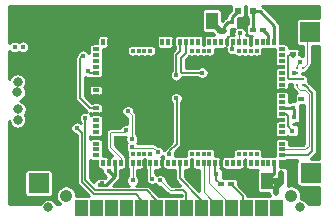
<source format=gbr>
G04 #@! TF.GenerationSoftware,KiCad,Pcbnew,(5.1.6)-1*
G04 #@! TF.CreationDate,2021-09-25T22:06:40+02:00*
G04 #@! TF.ProjectId,nrfmodule,6e72666d-6f64-4756-9c65-2e6b69636164,rev?*
G04 #@! TF.SameCoordinates,Original*
G04 #@! TF.FileFunction,Copper,L4,Bot*
G04 #@! TF.FilePolarity,Positive*
%FSLAX46Y46*%
G04 Gerber Fmt 4.6, Leading zero omitted, Abs format (unit mm)*
G04 Created by KiCad (PCBNEW (5.1.6)-1) date 2021-09-25 22:06:40*
%MOMM*%
%LPD*%
G01*
G04 APERTURE LIST*
G04 #@! TA.AperFunction,EtchedComponent*
%ADD10C,0.002000*%
G04 #@! TD*
G04 #@! TA.AperFunction,SMDPad,CuDef*
%ADD11R,0.625000X0.400000*%
G04 #@! TD*
G04 #@! TA.AperFunction,SMDPad,CuDef*
%ADD12R,0.550000X0.600000*%
G04 #@! TD*
G04 #@! TA.AperFunction,SMDPad,CuDef*
%ADD13R,1.020000X1.470000*%
G04 #@! TD*
G04 #@! TA.AperFunction,SMDPad,CuDef*
%ADD14R,0.465000X0.440000*%
G04 #@! TD*
G04 #@! TA.AperFunction,SMDPad,CuDef*
%ADD15R,0.460000X0.420000*%
G04 #@! TD*
G04 #@! TA.AperFunction,SMDPad,CuDef*
%ADD16R,0.470000X0.440000*%
G04 #@! TD*
G04 #@! TA.AperFunction,SMDPad,CuDef*
%ADD17R,0.440000X0.470000*%
G04 #@! TD*
G04 #@! TA.AperFunction,ComponentPad*
%ADD18R,1.725000X1.725000*%
G04 #@! TD*
G04 #@! TA.AperFunction,SMDPad,CuDef*
%ADD19R,0.800000X0.800000*%
G04 #@! TD*
G04 #@! TA.AperFunction,SMDPad,CuDef*
%ADD20R,0.300000X0.300000*%
G04 #@! TD*
G04 #@! TA.AperFunction,SMDPad,CuDef*
%ADD21R,0.300000X0.540000*%
G04 #@! TD*
G04 #@! TA.AperFunction,SMDPad,CuDef*
%ADD22R,0.540000X0.540000*%
G04 #@! TD*
G04 #@! TA.AperFunction,SMDPad,CuDef*
%ADD23R,0.540000X0.300000*%
G04 #@! TD*
G04 #@! TA.AperFunction,SMDPad,CuDef*
%ADD24C,0.226000*%
G04 #@! TD*
G04 #@! TA.AperFunction,ComponentPad*
%ADD25C,1.067000*%
G04 #@! TD*
G04 #@! TA.AperFunction,ComponentPad*
%ADD26C,0.813000*%
G04 #@! TD*
G04 #@! TA.AperFunction,ViaPad*
%ADD27R,1.016000X1.016000*%
G04 #@! TD*
G04 #@! TA.AperFunction,ViaPad*
%ADD28C,0.450000*%
G04 #@! TD*
G04 #@! TA.AperFunction,ViaPad*
%ADD29C,0.800000*%
G04 #@! TD*
G04 #@! TA.AperFunction,Conductor*
%ADD30C,0.254000*%
G04 #@! TD*
G04 #@! TA.AperFunction,Conductor*
%ADD31C,0.127000*%
G04 #@! TD*
G04 #@! TA.AperFunction,Conductor*
%ADD32C,0.101600*%
G04 #@! TD*
G04 #@! TA.AperFunction,Conductor*
%ADD33C,0.508000*%
G04 #@! TD*
G04 #@! TA.AperFunction,Conductor*
%ADD34C,0.200000*%
G04 #@! TD*
G04 APERTURE END LIST*
D10*
G04 #@! TO.C,Edge_Connect1*
G36*
X146147000Y-110024000D02*
G01*
X146147000Y-108756000D01*
X145133000Y-108756000D01*
X145133000Y-110024000D01*
X146147000Y-110024000D01*
G37*
X146147000Y-110024000D02*
X146147000Y-108756000D01*
X145133000Y-108756000D01*
X145133000Y-110024000D01*
X146147000Y-110024000D01*
G36*
X147417000Y-110024000D02*
G01*
X147417000Y-108756000D01*
X146403000Y-108756000D01*
X146403000Y-110024000D01*
X147417000Y-110024000D01*
G37*
X147417000Y-110024000D02*
X147417000Y-108756000D01*
X146403000Y-108756000D01*
X146403000Y-110024000D01*
X147417000Y-110024000D01*
G36*
X148687000Y-110024000D02*
G01*
X148687000Y-108756000D01*
X147673000Y-108756000D01*
X147673000Y-110024000D01*
X148687000Y-110024000D01*
G37*
X148687000Y-110024000D02*
X148687000Y-108756000D01*
X147673000Y-108756000D01*
X147673000Y-110024000D01*
X148687000Y-110024000D01*
G36*
X149957000Y-110024000D02*
G01*
X149957000Y-108756000D01*
X148943000Y-108756000D01*
X148943000Y-110024000D01*
X149957000Y-110024000D01*
G37*
X149957000Y-110024000D02*
X149957000Y-108756000D01*
X148943000Y-108756000D01*
X148943000Y-110024000D01*
X149957000Y-110024000D01*
G36*
X151227000Y-110024000D02*
G01*
X151227000Y-108756000D01*
X150213000Y-108756000D01*
X150213000Y-110024000D01*
X151227000Y-110024000D01*
G37*
X151227000Y-110024000D02*
X151227000Y-108756000D01*
X150213000Y-108756000D01*
X150213000Y-110024000D01*
X151227000Y-110024000D01*
G36*
X152497000Y-110024000D02*
G01*
X152497000Y-108756000D01*
X151483000Y-108756000D01*
X151483000Y-110024000D01*
X152497000Y-110024000D01*
G37*
X152497000Y-110024000D02*
X152497000Y-108756000D01*
X151483000Y-108756000D01*
X151483000Y-110024000D01*
X152497000Y-110024000D01*
G36*
X153767000Y-110024000D02*
G01*
X153767000Y-108756000D01*
X152753000Y-108756000D01*
X152753000Y-110024000D01*
X153767000Y-110024000D01*
G37*
X153767000Y-110024000D02*
X153767000Y-108756000D01*
X152753000Y-108756000D01*
X152753000Y-110024000D01*
X153767000Y-110024000D01*
G36*
X155037000Y-110024000D02*
G01*
X155037000Y-108756000D01*
X154023000Y-108756000D01*
X154023000Y-110024000D01*
X155037000Y-110024000D01*
G37*
X155037000Y-110024000D02*
X155037000Y-108756000D01*
X154023000Y-108756000D01*
X154023000Y-110024000D01*
X155037000Y-110024000D01*
G36*
X156307000Y-110024000D02*
G01*
X156307000Y-108756000D01*
X155293000Y-108756000D01*
X155293000Y-110024000D01*
X156307000Y-110024000D01*
G37*
X156307000Y-110024000D02*
X156307000Y-108756000D01*
X155293000Y-108756000D01*
X155293000Y-110024000D01*
X156307000Y-110024000D01*
G36*
X157577000Y-110024000D02*
G01*
X157577000Y-108756000D01*
X156563000Y-108756000D01*
X156563000Y-110024000D01*
X157577000Y-110024000D01*
G37*
X157577000Y-110024000D02*
X157577000Y-108756000D01*
X156563000Y-108756000D01*
X156563000Y-110024000D01*
X157577000Y-110024000D01*
G36*
X158847000Y-110024000D02*
G01*
X158847000Y-108756000D01*
X157833000Y-108756000D01*
X157833000Y-110024000D01*
X158847000Y-110024000D01*
G37*
X158847000Y-110024000D02*
X158847000Y-108756000D01*
X157833000Y-108756000D01*
X157833000Y-110024000D01*
X158847000Y-110024000D01*
G36*
X160117000Y-110024000D02*
G01*
X160117000Y-108756000D01*
X159103000Y-108756000D01*
X159103000Y-110024000D01*
X160117000Y-110024000D01*
G37*
X160117000Y-110024000D02*
X160117000Y-108756000D01*
X159103000Y-108756000D01*
X159103000Y-110024000D01*
X160117000Y-110024000D01*
G36*
X161387000Y-110024000D02*
G01*
X161387000Y-108756000D01*
X160373000Y-108756000D01*
X160373000Y-110024000D01*
X161387000Y-110024000D01*
G37*
X161387000Y-110024000D02*
X161387000Y-108756000D01*
X160373000Y-108756000D01*
X160373000Y-110024000D01*
X161387000Y-110024000D01*
G36*
X162657000Y-110024000D02*
G01*
X162657000Y-108756000D01*
X161643000Y-108756000D01*
X161643000Y-110024000D01*
X162657000Y-110024000D01*
G37*
X162657000Y-110024000D02*
X162657000Y-108756000D01*
X161643000Y-108756000D01*
X161643000Y-110024000D01*
X162657000Y-110024000D01*
G04 #@! TD*
D11*
G04 #@! TO.P,R5,2*
G04 #@! TO.N,Net-(100nF4-Pad1)*
X157470000Y-107430000D03*
G04 #@! TO.P,R5,1*
G04 #@! TO.N,NRESET*
X158294000Y-107430000D03*
G04 #@! TD*
D12*
G04 #@! TO.P,FL1,2*
G04 #@! TO.N,VCC*
X158920000Y-92780000D03*
G04 #@! TO.P,FL1,1*
X160220000Y-92780000D03*
G04 #@! TD*
D13*
G04 #@! TO.P,47uF2,2*
G04 #@! TO.N,GND*
X159740000Y-107150000D03*
G04 #@! TO.P,47uF2,1*
G04 #@! TO.N,VCC*
X161360000Y-107150000D03*
G04 #@! TD*
G04 #@! TO.P,47uF1,2*
G04 #@! TO.N,GND*
X155070000Y-93580000D03*
G04 #@! TO.P,47uF1,1*
G04 #@! TO.N,VCC*
X156690000Y-93580000D03*
G04 #@! TD*
D14*
G04 #@! TO.P,4.7uF4,2*
G04 #@! TO.N,GND*
X164190000Y-102900000D03*
G04 #@! TO.P,4.7uF4,1*
G04 #@! TO.N,Net-(4.7uF4-Pad1)*
X163526000Y-102900000D03*
G04 #@! TD*
D15*
G04 #@! TO.P,15pF2,2*
G04 #@! TO.N,GND*
X163260000Y-106520000D03*
G04 #@! TO.P,15pF2,1*
G04 #@! TO.N,VCC*
X162600000Y-106520000D03*
G04 #@! TD*
G04 #@! TO.P,15pF1,2*
G04 #@! TO.N,GND*
X159060000Y-93730000D03*
G04 #@! TO.P,15pF1,1*
G04 #@! TO.N,VCC*
X158400000Y-93730000D03*
G04 #@! TD*
G04 #@! TO.P,100nF4,2*
G04 #@! TO.N,GND*
X157750000Y-106590000D03*
G04 #@! TO.P,100nF4,1*
G04 #@! TO.N,Net-(100nF4-Pad1)*
X157090000Y-106590000D03*
G04 #@! TD*
G04 #@! TO.P,100nF3,2*
G04 #@! TO.N,GND*
X164310000Y-101760000D03*
G04 #@! TO.P,100nF3,1*
G04 #@! TO.N,+1V8*
X163650000Y-101760000D03*
G04 #@! TD*
G04 #@! TO.P,100nF2,2*
G04 #@! TO.N,GND*
X163270000Y-107250000D03*
G04 #@! TO.P,100nF2,1*
G04 #@! TO.N,VCC*
X162610000Y-107250000D03*
G04 #@! TD*
G04 #@! TO.P,100nF1,2*
G04 #@! TO.N,GND*
X158430000Y-94480000D03*
G04 #@! TO.P,100nF1,1*
G04 #@! TO.N,VCC*
X157770000Y-94480000D03*
G04 #@! TD*
D16*
G04 #@! TO.P,0\u002C1uF1,2*
G04 #@! TO.N,GND*
X163615000Y-100200000D03*
G04 #@! TO.P,0\u002C1uF1,1*
G04 #@! TO.N,VCC*
X164285000Y-100200000D03*
G04 #@! TD*
G04 #@! TO.P,0\u002C1uF2,2*
G04 #@! TO.N,GND*
X164280000Y-96430000D03*
G04 #@! TO.P,0\u002C1uF2,1*
G04 #@! TO.N,+1V8*
X163610000Y-96430000D03*
G04 #@! TD*
D11*
G04 #@! TO.P,10KOhm1,2*
G04 #@! TO.N,Net-(10KOhm1-Pad2)*
X161034000Y-94360000D03*
G04 #@! TO.P,10KOhm1,1*
G04 #@! TO.N,VCC*
X160210000Y-94360000D03*
G04 #@! TD*
D17*
G04 #@! TO.P,1uF5,2*
G04 #@! TO.N,SIM1.8v*
X147390000Y-107450000D03*
G04 #@! TO.P,1uF5,1*
G04 #@! TO.N,GND*
X147390000Y-106780000D03*
G04 #@! TD*
D14*
G04 #@! TO.P,4.7uF3,2*
G04 #@! TO.N,GND*
X164262000Y-100980000D03*
G04 #@! TO.P,4.7uF3,1*
G04 #@! TO.N,+1V8*
X163598000Y-100980000D03*
G04 #@! TD*
D18*
G04 #@! TO.P,5V+1,1*
G04 #@! TO.N,+5V*
X142030000Y-107360000D03*
G04 #@! TD*
G04 #@! TO.P,GND1,1*
G04 #@! TO.N,GND*
X142180000Y-93700000D03*
G04 #@! TD*
D19*
G04 #@! TO.P,NRF91,103_35*
G04 #@! TO.N,GND*
X148750000Y-103700000D03*
G04 #@! TO.P,NRF91,103_34*
X150750000Y-103700000D03*
G04 #@! TO.P,NRF91,103_33*
X152750000Y-103700000D03*
G04 #@! TO.P,NRF91,103_32*
X154750000Y-103700000D03*
G04 #@! TO.P,NRF91,103_31*
X156750000Y-103700000D03*
G04 #@! TO.P,NRF91,103_30*
X158750000Y-103700000D03*
G04 #@! TO.P,NRF91,103_28*
X148750000Y-102100000D03*
G04 #@! TO.P,NRF91,103_27*
X150750000Y-102100000D03*
G04 #@! TO.P,NRF91,103_26*
X152750000Y-102100000D03*
G04 #@! TO.P,NRF91,103_25*
X154750000Y-102100000D03*
G04 #@! TO.P,NRF91,103_24*
X156750000Y-102100000D03*
G04 #@! TO.P,NRF91,103_23*
X158750000Y-102100000D03*
G04 #@! TO.P,NRF91,103_21*
X148750000Y-100500000D03*
G04 #@! TO.P,NRF91,103_20*
X150750000Y-100500000D03*
G04 #@! TO.P,NRF91,103_19*
X152750000Y-100500000D03*
G04 #@! TO.P,NRF91,103_18*
X154750000Y-100500000D03*
G04 #@! TO.P,NRF91,103_17*
X156750000Y-100500000D03*
G04 #@! TO.P,NRF91,103_16*
X158750000Y-100500000D03*
G04 #@! TO.P,NRF91,103_14*
X148750000Y-98900000D03*
G04 #@! TO.P,NRF91,103_13*
X150750000Y-98900000D03*
G04 #@! TO.P,NRF91,103_12*
X152750000Y-98900000D03*
G04 #@! TO.P,NRF91,103_11*
X154750000Y-98900000D03*
G04 #@! TO.P,NRF91,103_10*
X156750000Y-98900000D03*
G04 #@! TO.P,NRF91,103_9*
X158750000Y-98900000D03*
D20*
G04 #@! TO.P,NRF91,115*
G04 #@! TO.N,Net-(NRF91-Pad10)*
X150000000Y-104850000D03*
G04 #@! TO.P,NRF91,114*
X150500000Y-104850000D03*
G04 #@! TO.P,NRF91,113*
X151000000Y-104850000D03*
G04 #@! TO.P,NRF91,112*
X151500000Y-104850000D03*
G04 #@! TO.P,NRF91,111*
X155000000Y-104850000D03*
G04 #@! TO.P,NRF91,110*
X155500000Y-104850000D03*
G04 #@! TO.P,NRF91,109*
X156000000Y-104850000D03*
G04 #@! TO.P,NRF91,108*
X156500000Y-104850000D03*
G04 #@! TO.P,NRF91,104*
X160500000Y-104850000D03*
G04 #@! TO.P,NRF91,105*
X160000000Y-104850000D03*
G04 #@! TO.P,NRF91,106*
X159500000Y-104850000D03*
G04 #@! TO.P,NRF91,107*
X159000000Y-104850000D03*
G04 #@! TO.P,NRF91,116*
X150000000Y-96150000D03*
G04 #@! TO.P,NRF91,117*
X150500000Y-96150000D03*
G04 #@! TO.P,NRF91,118*
X151000000Y-96150000D03*
G04 #@! TO.P,NRF91,119*
X151500000Y-96150000D03*
G04 #@! TO.P,NRF91,120*
X155000000Y-96150000D03*
G04 #@! TO.P,NRF91,121*
X155500000Y-96150000D03*
G04 #@! TO.P,NRF91,122*
X156000000Y-96150000D03*
G04 #@! TO.P,NRF91,123*
X156500000Y-96150000D03*
G04 #@! TO.P,NRF91,127*
X160500000Y-96150000D03*
G04 #@! TO.P,NRF91,126*
X160000000Y-96150000D03*
G04 #@! TO.P,NRF91,125*
X159500000Y-96150000D03*
G04 #@! TO.P,NRF91,124*
X159000000Y-96150000D03*
D19*
G04 #@! TO.P,NRF91,103_7*
G04 #@! TO.N,GND*
X148750000Y-97300000D03*
G04 #@! TO.P,NRF91,103_6*
X150750000Y-97300000D03*
G04 #@! TO.P,NRF91,103_5*
X152750000Y-97300000D03*
G04 #@! TO.P,NRF91,103_29*
X160750000Y-103700000D03*
G04 #@! TO.P,NRF91,103_22*
X160750000Y-102100000D03*
G04 #@! TO.P,NRF91,103_1*
X160750000Y-97300000D03*
G04 #@! TO.P,NRF91,103_8*
X160750000Y-98900000D03*
G04 #@! TO.P,NRF91,103_15*
X160750000Y-100500000D03*
G04 #@! TO.P,NRF91,103_2*
X158750000Y-97300000D03*
G04 #@! TO.P,NRF91,103_3*
X156750000Y-97300000D03*
G04 #@! TO.P,NRF91,103_4*
X154750000Y-97300000D03*
D21*
G04 #@! TO.P,NRF91,102*
G04 #@! TO.N,VCC*
X162000000Y-95380000D03*
G04 #@! TO.P,NRF91,101*
G04 #@! TO.N,Net-(10KOhm1-Pad2)*
X161500000Y-95380000D03*
G04 #@! TO.P,NRF91,100*
G04 #@! TO.N,Net-(NRF91-Pad100)*
X161000000Y-95380000D03*
G04 #@! TO.P,NRF91,99*
G04 #@! TO.N,Net-(NRF91-Pad99)*
X160500000Y-95380000D03*
G04 #@! TO.P,NRF91,98*
G04 #@! TO.N,GND*
X160000000Y-95380000D03*
G04 #@! TO.P,NRF91,97*
G04 #@! TO.N,Net-(NRF91-Pad97)*
X159500000Y-95380000D03*
G04 #@! TO.P,NRF91,96*
G04 #@! TO.N,TX2*
X159000000Y-95380000D03*
G04 #@! TO.P,NRF91,95*
G04 #@! TO.N,RX2*
X158500000Y-95380000D03*
G04 #@! TO.P,NRF91,94*
G04 #@! TO.N,GND*
X158000000Y-95380000D03*
G04 #@! TO.P,NRF91,93*
G04 #@! TO.N,Net-(NRF91-Pad93)*
X157500000Y-95380000D03*
G04 #@! TO.P,NRF91,92*
G04 #@! TO.N,Net-(NRF91-Pad92)*
X157000000Y-95380000D03*
G04 #@! TO.P,NRF91,91*
G04 #@! TO.N,Net-(NRF91-Pad91)*
X156500000Y-95380000D03*
G04 #@! TO.P,NRF91,90*
G04 #@! TO.N,GND*
X156000000Y-95380000D03*
G04 #@! TO.P,NRF91,89*
G04 #@! TO.N,Net-(NRF91-Pad89)*
X155500000Y-95380000D03*
G04 #@! TO.P,NRF91,88*
G04 #@! TO.N,Net-(NRF91-Pad88)*
X155000000Y-95380000D03*
G04 #@! TO.P,NRF91,87*
G04 #@! TO.N,TX1*
X154500000Y-95380000D03*
G04 #@! TO.P,NRF91,86*
G04 #@! TO.N,RX1*
X154000000Y-95380000D03*
G04 #@! TO.P,NRF91,85*
G04 #@! TO.N,GND*
X153500000Y-95380000D03*
G04 #@! TO.P,NRF91,84*
G04 #@! TO.N,Net-(NRF91-Pad84)*
X153000000Y-95380000D03*
G04 #@! TO.P,NRF91,83*
G04 #@! TO.N,Net-(NRF91-Pad83)*
X152500000Y-95380000D03*
G04 #@! TO.P,NRF91,82*
G04 #@! TO.N,GND*
X152000000Y-95380000D03*
G04 #@! TO.P,NRF91,81*
X151500000Y-95380000D03*
G04 #@! TO.P,NRF91,80*
X151000000Y-95380000D03*
G04 #@! TO.P,NRF91,79*
X150500000Y-95380000D03*
G04 #@! TO.P,NRF91,78*
X150000000Y-95380000D03*
G04 #@! TO.P,NRF91,77*
X149500000Y-95380000D03*
G04 #@! TO.P,NRF91,76*
X149000000Y-95380000D03*
G04 #@! TO.P,NRF91,75*
X148500000Y-95380000D03*
G04 #@! TO.P,NRF91,74*
X148000000Y-95380000D03*
G04 #@! TO.P,NRF91,73*
G04 #@! TO.N,Net-(NRF91-Pad10)*
X147500000Y-95380000D03*
D22*
G04 #@! TO.P,NRF91,72*
G04 #@! TO.N,GND*
X146880000Y-95380000D03*
D23*
G04 #@! TO.P,NRF91,71*
G04 #@! TO.N,Net-(NRF91-Pad10)*
X146880000Y-96000000D03*
G04 #@! TO.P,NRF91,70*
X146880000Y-96500000D03*
G04 #@! TO.P,NRF91,69*
X146880000Y-97000000D03*
G04 #@! TO.P,NRF91,68*
X146880000Y-97500000D03*
G04 #@! TO.P,NRF91,67*
G04 #@! TO.N,Net-(NRF91-Pad67)*
X146880000Y-98000000D03*
G04 #@! TO.P,NRF91,66*
G04 #@! TO.N,GND*
X146880000Y-98500000D03*
G04 #@! TO.P,NRF91,65*
X146880000Y-99000000D03*
G04 #@! TO.P,NRF91,64*
G04 #@! TO.N,Net-(NRF91-Pad64)*
X146880000Y-99500000D03*
G04 #@! TO.P,NRF91,63*
G04 #@! TO.N,GND*
X146880000Y-100000000D03*
G04 #@! TO.P,NRF91,62*
X146880000Y-100500000D03*
G04 #@! TO.P,NRF91,61*
G04 #@! TO.N,Net-(NRF91-Pad61)*
X146880000Y-101000000D03*
G04 #@! TO.P,NRF91,60*
G04 #@! TO.N,GND*
X146880000Y-101500000D03*
G04 #@! TO.P,NRF91,59*
G04 #@! TO.N,Net-(NRF91-Pad59)*
X146880000Y-102000000D03*
G04 #@! TO.P,NRF91,58*
G04 #@! TO.N,Net-(NRF91-Pad58)*
X146880000Y-102500000D03*
G04 #@! TO.P,NRF91,57*
G04 #@! TO.N,Net-(NRF91-Pad57)*
X146880000Y-103000000D03*
G04 #@! TO.P,NRF91,56*
G04 #@! TO.N,GND*
X146880000Y-103500000D03*
G04 #@! TO.P,NRF91,55*
G04 #@! TO.N,Net-(NRF91-Pad55)*
X146880000Y-104000000D03*
G04 #@! TO.P,NRF91,54*
G04 #@! TO.N,Net-(NRF91-Pad54)*
X146880000Y-104500000D03*
G04 #@! TO.P,NRF91,53*
G04 #@! TO.N,Net-(NRF91-Pad53)*
X146880000Y-105000000D03*
D22*
G04 #@! TO.P,NRF91,52*
G04 #@! TO.N,GND*
X146880000Y-105620000D03*
D21*
G04 #@! TO.P,NRF91,51*
G04 #@! TO.N,Net-(NRF91-Pad10)*
X147500000Y-105620000D03*
G04 #@! TO.P,NRF91,50*
G04 #@! TO.N,GND*
X148000000Y-105620000D03*
G04 #@! TO.P,NRF91,49*
G04 #@! TO.N,SIM1.8v*
X148500000Y-105620000D03*
G04 #@! TO.P,NRF91,48*
G04 #@! TO.N,DATSIM*
X149000000Y-105620000D03*
G04 #@! TO.P,NRF91,47*
G04 #@! TO.N,GND*
X149500000Y-105620000D03*
G04 #@! TO.P,NRF91,46*
G04 #@! TO.N,CLKSIM*
X150000000Y-105620000D03*
G04 #@! TO.P,NRF91,45*
G04 #@! TO.N,Net-(NRF91-Pad45)*
X150500000Y-105620000D03*
G04 #@! TO.P,NRF91,44*
G04 #@! TO.N,GND*
X151000000Y-105620000D03*
G04 #@! TO.P,NRF91,43*
G04 #@! TO.N,RSTSIM*
X151500000Y-105620000D03*
G04 #@! TO.P,NRF91,42*
G04 #@! TO.N,Net-(NRF91-Pad42)*
X152000000Y-105620000D03*
G04 #@! TO.P,NRF91,41*
G04 #@! TO.N,GND*
X152500000Y-105620000D03*
G04 #@! TO.P,NRF91,40*
G04 #@! TO.N,Net-(NRF91-Pad40)*
X153000000Y-105620000D03*
G04 #@! TO.P,NRF91,39*
G04 #@! TO.N,Net-(NRF91-Pad39)*
X153500000Y-105620000D03*
G04 #@! TO.P,NRF91,38*
G04 #@! TO.N,SWO*
X154000000Y-105620000D03*
G04 #@! TO.P,NRF91,37*
G04 #@! TO.N,Net-(NRF91-Pad37)*
X154500000Y-105620000D03*
G04 #@! TO.P,NRF91,36*
G04 #@! TO.N,GND*
X155000000Y-105620000D03*
G04 #@! TO.P,NRF91,35*
G04 #@! TO.N,Net-(NRF91-Pad35)*
X155500000Y-105620000D03*
G04 #@! TO.P,NRF91,34*
G04 #@! TO.N,SWDIO*
X156000000Y-105620000D03*
G04 #@! TO.P,NRF91,33*
G04 #@! TO.N,SWDCLK*
X156500000Y-105620000D03*
G04 #@! TO.P,NRF91,32*
G04 #@! TO.N,Net-(100nF4-Pad1)*
X157000000Y-105620000D03*
G04 #@! TO.P,NRF91,31*
G04 #@! TO.N,GND*
X157500000Y-105620000D03*
G04 #@! TO.P,NRF91,30*
G04 #@! TO.N,Net-(NRF91-Pad30)*
X158000000Y-105620000D03*
G04 #@! TO.P,NRF91,29*
G04 #@! TO.N,Net-(NRF91-Pad29)*
X158500000Y-105620000D03*
G04 #@! TO.P,NRF91,28*
G04 #@! TO.N,Net-(NRF91-Pad28)*
X159000000Y-105620000D03*
G04 #@! TO.P,NRF91,27*
G04 #@! TO.N,GND*
X159500000Y-105620000D03*
G04 #@! TO.P,NRF91,26*
G04 #@! TO.N,Net-(NRF91-Pad26)*
X160000000Y-105620000D03*
G04 #@! TO.P,NRF91,25*
G04 #@! TO.N,Net-(NRF91-Pad25)*
X160500000Y-105620000D03*
G04 #@! TO.P,NRF91,24*
G04 #@! TO.N,Net-(NRF91-Pad24)*
X161000000Y-105620000D03*
G04 #@! TO.P,NRF91,23*
G04 #@! TO.N,Net-(NRF91-Pad23)*
X161500000Y-105620000D03*
G04 #@! TO.P,NRF91,22*
G04 #@! TO.N,VCC*
X162000000Y-105620000D03*
D22*
G04 #@! TO.P,NRF91,21*
G04 #@! TO.N,GND*
X162620000Y-105620000D03*
D23*
G04 #@! TO.P,NRF91,20*
G04 #@! TO.N,TXNRF1.8v*
X162620000Y-105000000D03*
G04 #@! TO.P,NRF91,19*
G04 #@! TO.N,RXNRF1.8v*
X162620000Y-104500000D03*
G04 #@! TO.P,NRF91,18*
G04 #@! TO.N,Net-(NRF91-Pad18)*
X162620000Y-104000000D03*
G04 #@! TO.P,NRF91,17*
G04 #@! TO.N,GND*
X162620000Y-103500000D03*
G04 #@! TO.P,NRF91,16*
G04 #@! TO.N,Net-(NRF91-Pad16)*
X162620000Y-103000000D03*
G04 #@! TO.P,NRF91,15*
G04 #@! TO.N,Net-(NRF91-Pad15)*
X162620000Y-102500000D03*
G04 #@! TO.P,NRF91,14*
G04 #@! TO.N,GND*
X162620000Y-102000000D03*
G04 #@! TO.P,NRF91,13*
G04 #@! TO.N,Net-(4.7uF4-Pad1)*
X162620000Y-101500000D03*
G04 #@! TO.P,NRF91,12*
G04 #@! TO.N,+1V8*
X162620000Y-101000000D03*
G04 #@! TO.P,NRF91,11*
G04 #@! TO.N,Net-(NRF91-Pad10)*
X162620000Y-100500000D03*
G04 #@! TO.P,NRF91,10*
X162620000Y-100000000D03*
G04 #@! TO.P,NRF91,9*
G04 #@! TO.N,GND*
X162620000Y-99500000D03*
G04 #@! TO.P,NRF91,8*
G04 #@! TO.N,Net-(NRF91-Pad10)*
X162620000Y-99000000D03*
G04 #@! TO.P,NRF91,7*
X162620000Y-98500000D03*
G04 #@! TO.P,NRF91,6*
X162620000Y-98000000D03*
G04 #@! TO.P,NRF91,5*
G04 #@! TO.N,GND*
X162620000Y-97500000D03*
G04 #@! TO.P,NRF91,4*
G04 #@! TO.N,Net-(NRF91-Pad4)*
X162620000Y-97000000D03*
G04 #@! TO.P,NRF91,3*
G04 #@! TO.N,Net-(NRF91-Pad3)*
X162620000Y-96500000D03*
G04 #@! TO.P,NRF91,2*
G04 #@! TO.N,Net-(NRF91-Pad2)*
X162620000Y-96000000D03*
D22*
G04 #@! TO.P,NRF91,1*
G04 #@! TO.N,GND*
X162620000Y-95380000D03*
G04 #@! TD*
D18*
G04 #@! TO.P,RX1,1*
G04 #@! TO.N,RXNRF*
X165060000Y-106460000D03*
G04 #@! TD*
G04 #@! TO.P,TX1,1*
G04 #@! TO.N,TXNRF*
X165000000Y-94560000D03*
G04 #@! TD*
D24*
G04 #@! TO.P,TXB102,D2*
G04 #@! TO.N,RXNRF1.8v*
X163930000Y-99060000D03*
G04 #@! TO.P,TXB102,D1*
G04 #@! TO.N,TXNRF1.8v*
X164430000Y-99060000D03*
G04 #@! TO.P,TXB102,C2*
G04 #@! TO.N,+1V8*
X163930000Y-98560000D03*
G04 #@! TO.P,TXB102,C1*
X164430000Y-98560000D03*
G04 #@! TO.P,TXB102,B2*
G04 #@! TO.N,VCC*
X163930000Y-98060000D03*
G04 #@! TO.P,TXB102,B1*
G04 #@! TO.N,GND*
X164430000Y-98060000D03*
G04 #@! TO.P,TXB102,A2*
G04 #@! TO.N,RXNRF*
X163930000Y-97560000D03*
G04 #@! TO.P,TXB102,A1*
G04 #@! TO.N,TXNRF*
X164430000Y-97560000D03*
G04 #@! TD*
D25*
G04 #@! TO.P,Edge_Connect1,18*
G04 #@! TO.N,N/C*
X144370000Y-108399000D03*
D26*
G04 #@! TO.P,Edge_Connect1,17*
X142871000Y-109390000D03*
G04 #@! TO.P,Edge_Connect1,16*
X164182000Y-109390000D03*
D25*
G04 #@! TO.P,Edge_Connect1,15*
X163420000Y-108399000D03*
D27*
G04 #@! TD*
G04 #@! TO.N,GND*
G04 #@! TO.C,Edge_Connect1*
X145640000Y-109390000D03*
G04 #@! TO.N,Net-(Edge_Connect1-Pad13)*
G04 #@! TO.C,Edge_Connect1*
X146910000Y-109390000D03*
G04 #@! TO.N,Net-(Edge_Connect1-Pad12)*
X148180000Y-109390000D03*
G04 #@! TO.N,Net-(Edge_Connect1-Pad11)*
X149450000Y-109390000D03*
G04 #@! TO.N,TX2*
X150720000Y-109390000D03*
G04 #@! TO.N,RX2*
X151990000Y-109390000D03*
G04 #@! TO.N,TX1*
X153260000Y-109390000D03*
G04 #@! TO.N,RX1*
X154530000Y-109390000D03*
G04 #@! TO.N,SWO*
X155800000Y-109390000D03*
G04 #@! TO.N,SWDIO*
X157070000Y-109390000D03*
G04 #@! TO.N,SWDCLK*
X158340000Y-109390000D03*
G04 #@! TO.N,NRESET*
X159610000Y-109390000D03*
G04 #@! TO.N,+1V8*
X160880000Y-109390000D03*
G04 #@! TO.N,VCC*
X162150000Y-109390000D03*
G04 #@! TD*
D28*
G04 #@! TO.N,GND*
X159760000Y-107900000D03*
G04 #@! TO.N,VCC*
X156470000Y-93120000D03*
D29*
X140280000Y-102000000D03*
X140300000Y-101090000D03*
X140250000Y-99670000D03*
X140260000Y-98770000D03*
G04 #@! TO.N,GND*
X147790000Y-99350000D03*
X144720000Y-99400000D03*
X143050000Y-101920000D03*
X143100000Y-100980000D03*
X143030000Y-99640000D03*
X143030000Y-98710000D03*
D28*
X151100000Y-103650000D03*
D29*
X153390000Y-92760000D03*
X147290000Y-93630000D03*
X144320000Y-93580000D03*
X156700000Y-101720000D03*
X158750000Y-102150000D03*
D28*
X164340000Y-100970000D03*
D29*
X158770000Y-100400000D03*
X158730000Y-98850000D03*
X158740000Y-97370000D03*
X160770000Y-97320000D03*
X160770000Y-98900000D03*
X160750000Y-100470000D03*
X160760000Y-102100000D03*
X152750000Y-98880000D03*
X154780000Y-98890000D03*
X141930000Y-104100000D03*
X141920000Y-104960000D03*
D28*
X157180000Y-104730000D03*
X153000000Y-106410000D03*
D29*
X139890000Y-94600000D03*
X150580000Y-93860000D03*
X162850000Y-95100000D03*
X165410000Y-108730000D03*
X139890000Y-108710000D03*
X139960000Y-106290000D03*
X140430000Y-104900000D03*
X144570000Y-106910000D03*
X149630000Y-100300000D03*
D28*
X154970000Y-106330000D03*
D29*
X139980000Y-92700000D03*
X145740000Y-92810000D03*
X149090000Y-92740000D03*
X165330000Y-92740000D03*
D28*
X149060000Y-106620000D03*
X146880000Y-105620000D03*
X150800000Y-107240000D03*
X165260000Y-95870000D03*
X143050000Y-97620000D03*
X140020000Y-97290000D03*
X159340000Y-93700000D03*
G04 #@! TO.N,VCC*
X164290000Y-100190000D03*
X163642001Y-98030000D03*
X156690000Y-93580000D03*
X156940000Y-93990000D03*
X162150000Y-108150000D03*
G04 #@! TO.N,+1V8*
X140690000Y-95810000D03*
X140000000Y-95820000D03*
X163550000Y-96490000D03*
G04 #@! TO.N,SIM1.8v*
X147980000Y-106315002D03*
X147238989Y-107475769D03*
G04 #@! TO.N,TX2*
X145290000Y-102680000D03*
X159085002Y-94651186D03*
G04 #@! TO.N,RX2*
X146000000Y-101840000D03*
X158415496Y-95981870D03*
G04 #@! TO.N,TX1*
X155880000Y-98000000D03*
G04 #@! TO.N,RX1*
X153697910Y-98206828D03*
X153699675Y-100166134D03*
X153054302Y-104855002D03*
X152330244Y-107111059D03*
G04 #@! TO.N,Net-(NRF91-Pad61)*
X145800000Y-96570000D03*
G04 #@! TO.N,DATSIM*
X149447907Y-102881208D03*
G04 #@! TO.N,CLKSIM*
X149923707Y-103626168D03*
X149580000Y-101270000D03*
X149990000Y-107120814D03*
G04 #@! TO.N,RSTSIM*
X149962699Y-104275000D03*
X152104351Y-104729349D03*
X151643240Y-106971085D03*
G04 #@! TO.N,RXNRF*
X164160000Y-97075002D03*
G04 #@! TO.N,Net-(NRF91-Pad67)*
X146225000Y-97875000D03*
G04 #@! TO.N,+1V8*
X163650000Y-101760000D03*
G04 #@! TD*
D30*
G04 #@! TO.N,GND*
X151000000Y-105620000D02*
X151000000Y-106139627D01*
X151000000Y-106139627D02*
X150970414Y-106169213D01*
D31*
X160000000Y-95380000D02*
X160000000Y-94983000D01*
D32*
X159560803Y-94674745D02*
X159560803Y-94422801D01*
X159696859Y-94810801D02*
X159560803Y-94674745D01*
X159560803Y-94422801D02*
X159646699Y-94508697D01*
X159646699Y-94508697D02*
X159646699Y-94686699D01*
X159646699Y-94760641D02*
X159696859Y-94810801D01*
X159646699Y-94686699D02*
X159646699Y-94760641D01*
X160000000Y-95008558D02*
X160000000Y-95380000D01*
X159802243Y-94810801D02*
X160000000Y-95008558D01*
X159696859Y-94810801D02*
X159802243Y-94810801D01*
X159646699Y-94666699D02*
X159646699Y-94508697D01*
X159802243Y-94810801D02*
X159790801Y-94810801D01*
X159790801Y-94810801D02*
X159646699Y-94666699D01*
X158974615Y-94175385D02*
X158856617Y-94175385D01*
X159060000Y-93730000D02*
X159060000Y-94090000D01*
X159060000Y-94090000D02*
X158974615Y-94175385D01*
X158552002Y-94480000D02*
X158430000Y-94480000D01*
X158856617Y-94175385D02*
X158552002Y-94480000D01*
D30*
X158000000Y-95380000D02*
X158000000Y-95200000D01*
X158022999Y-95177001D02*
X158022999Y-95024672D01*
X158000000Y-95200000D02*
X158022999Y-95177001D01*
D32*
X158000000Y-95059199D02*
X158000000Y-95380000D01*
X158430000Y-94480000D02*
X158430000Y-94570000D01*
X158250801Y-94749199D02*
X158250801Y-94859199D01*
X158250801Y-94859199D02*
X158199999Y-94859199D01*
X158430000Y-94570000D02*
X158250801Y-94749199D01*
X158199999Y-94859199D02*
X158000000Y-95059199D01*
X158000000Y-95693180D02*
X157939695Y-95753485D01*
X158000000Y-95380000D02*
X158000000Y-95693180D01*
X157939695Y-95753485D02*
X157939695Y-95830305D01*
X157939695Y-95830305D02*
X157910000Y-95860000D01*
X157900801Y-95750801D02*
X157910000Y-95760000D01*
X157900801Y-95720801D02*
X157900801Y-95750801D01*
X157910000Y-95860000D02*
X157910000Y-95760000D01*
D30*
G04 #@! TO.N,VCC*
X164285000Y-100200000D02*
X164285000Y-100195000D01*
X164285000Y-100195000D02*
X164290000Y-100190000D01*
D32*
X163930000Y-98060000D02*
X163672001Y-98060000D01*
X163672001Y-98060000D02*
X163642001Y-98030000D01*
D33*
X156690000Y-93580000D02*
X156690000Y-93580000D01*
X157430000Y-94480000D02*
X157745999Y-94480000D01*
X156690000Y-93740000D02*
X156940000Y-93990000D01*
D30*
X157770000Y-94016000D02*
X158056000Y-93730000D01*
X158056000Y-93730000D02*
X158400000Y-93730000D01*
X157770000Y-94480000D02*
X157770000Y-94016000D01*
X158400000Y-93300000D02*
X158920000Y-92780000D01*
X158400000Y-93730000D02*
X158400000Y-93300000D01*
D33*
X156690000Y-93580000D02*
X156690000Y-93740000D01*
X156940000Y-93990000D02*
X157430000Y-94480000D01*
X162150000Y-108150000D02*
X162150000Y-107940000D01*
D30*
X162610000Y-107250000D02*
X162610000Y-106530000D01*
X162600000Y-106520000D02*
X162610000Y-106530000D01*
D33*
X162150000Y-107685999D02*
X162585999Y-107250000D01*
X162150000Y-108150000D02*
X162150000Y-107685999D01*
X161360000Y-107150000D02*
X162378000Y-107150000D01*
X162575999Y-106952001D02*
X162575999Y-106520000D01*
X162378000Y-107150000D02*
X162575999Y-106952001D01*
D32*
G04 #@! TO.N,+1V8*
X163780000Y-96400000D02*
X163566199Y-96613801D01*
D30*
X162640000Y-101020000D02*
X162620000Y-101000000D01*
X163578000Y-101000000D02*
X163598000Y-100980000D01*
X162620000Y-101000000D02*
X163578000Y-101000000D01*
X163489999Y-96550001D02*
X163550000Y-96490000D01*
X163598000Y-100980000D02*
X163598000Y-100980000D01*
X163550000Y-96490000D02*
X163610000Y-96430000D01*
D31*
X163153501Y-98463501D02*
X163250000Y-98560000D01*
X163153501Y-96568301D02*
X163153501Y-98463501D01*
X163550000Y-96490000D02*
X163231802Y-96490000D01*
X163250000Y-98560000D02*
X163930000Y-98560000D01*
X163231802Y-96490000D02*
X163153501Y-96568301D01*
X163930000Y-98560000D02*
X164430000Y-98560000D01*
D30*
G04 #@! TO.N,VCC*
X162010000Y-95370000D02*
X162000000Y-95380000D01*
G04 #@! TO.N,Net-(10KOhm1-Pad2)*
X161500000Y-94826000D02*
X161500000Y-95380000D01*
X161034000Y-94360000D02*
X161500000Y-94826000D01*
G04 #@! TO.N,SIM1.8v*
X147773602Y-107465000D02*
X147400000Y-107465000D01*
X148500000Y-105620000D02*
X148500000Y-106738602D01*
X148500000Y-106738602D02*
X147773602Y-107465000D01*
X148500000Y-106738602D02*
X148403600Y-106738602D01*
X148403600Y-106738602D02*
X147980000Y-106315002D01*
D32*
X147364231Y-107475769D02*
X147390000Y-107450000D01*
X147238989Y-107475769D02*
X147364231Y-107475769D01*
D31*
G04 #@! TO.N,TX2*
X146718818Y-108291279D02*
X146472992Y-108045452D01*
X150720000Y-109390000D02*
X150720000Y-108755000D01*
X150256279Y-108291279D02*
X146718818Y-108291279D01*
X150720000Y-108755000D02*
X150256279Y-108291279D01*
X145672990Y-103062990D02*
X145290000Y-102680000D01*
X146472992Y-108045452D02*
X145672990Y-107245451D01*
X145672990Y-107245451D02*
X145672990Y-103062990D01*
X158996914Y-95376914D02*
X159000000Y-95380000D01*
D32*
X159000000Y-95380000D02*
X159000000Y-94685690D01*
D31*
X159000000Y-94685690D02*
X159050498Y-94685690D01*
X159050498Y-94685690D02*
X159085002Y-94651186D01*
G04 #@! TO.N,RX2*
X151199269Y-107964269D02*
X146854269Y-107964269D01*
X151990000Y-109390000D02*
X151990000Y-108755000D01*
X151990000Y-108755000D02*
X151199269Y-107964269D01*
X146854269Y-107964269D02*
X146800000Y-107910000D01*
X146800000Y-107910000D02*
X146000000Y-107110000D01*
X146000000Y-107110000D02*
X146000000Y-101840000D01*
X158430000Y-95450000D02*
X158500000Y-95380000D01*
X158430000Y-95820000D02*
X158430000Y-95450000D01*
G04 #@! TO.N,TX1*
X154086499Y-96746483D02*
X154510000Y-96322982D01*
X154086499Y-97910801D02*
X154086499Y-96746483D01*
X155880000Y-98000000D02*
X154175698Y-98000000D01*
X154175698Y-98000000D02*
X154086499Y-97910801D01*
X154510000Y-95390000D02*
X154500000Y-95380000D01*
X154510000Y-96322982D02*
X154510000Y-95390000D01*
G04 #@! TO.N,RX1*
X153054302Y-104670000D02*
X153730000Y-103994302D01*
X153697910Y-96463948D02*
X153697910Y-98206828D01*
X154000000Y-95380000D02*
X154000000Y-96161858D01*
X154000000Y-96161858D02*
X153697910Y-96463948D01*
X153577460Y-107947460D02*
X154287460Y-107947460D01*
X154530000Y-108190000D02*
X154530000Y-109390000D01*
X154287460Y-107947460D02*
X154530000Y-108190000D01*
X153730000Y-103994302D02*
X153730000Y-100196459D01*
X153730000Y-100196459D02*
X153699675Y-100166134D01*
X153054302Y-104855002D02*
X153054302Y-104670000D01*
D32*
X153166645Y-107947460D02*
X153577460Y-107947460D01*
X152330244Y-107111059D02*
X153166645Y-107947460D01*
D34*
G04 #@! TO.N,Net-(NRF91-Pad61)*
X145575001Y-100155003D02*
X146419998Y-101000000D01*
X146419998Y-101000000D02*
X146880000Y-101000000D01*
X145800000Y-96570000D02*
X145575001Y-96794999D01*
X145575001Y-96794999D02*
X145575001Y-100155003D01*
D31*
G04 #@! TO.N,DATSIM*
X148999999Y-105619999D02*
X149000000Y-105620000D01*
D32*
X148099199Y-104300641D02*
X148902794Y-105104236D01*
X148099199Y-103099359D02*
X148099199Y-104300641D01*
X148149359Y-103049199D02*
X148099199Y-103099359D01*
X148902794Y-105104236D02*
X148902794Y-105142794D01*
X149000000Y-105240000D02*
X149000000Y-105620000D01*
X148902794Y-105142794D02*
X149000000Y-105240000D01*
X149350641Y-103049199D02*
X148149359Y-103049199D01*
X149447907Y-102951933D02*
X149350641Y-103049199D01*
X149447907Y-102881208D02*
X149447907Y-102951933D01*
G04 #@! TO.N,CLKSIM*
X149923707Y-103626168D02*
X149923707Y-101613707D01*
X149923707Y-101613707D02*
X149580000Y-101270000D01*
X149990000Y-105630000D02*
X150000000Y-105620000D01*
X149990000Y-107120814D02*
X149990000Y-105630000D01*
G04 #@! TO.N,RSTSIM*
X151752243Y-104350801D02*
X151960000Y-104558558D01*
X149962699Y-104275000D02*
X150038500Y-104350801D01*
X150038500Y-104350801D02*
X151752243Y-104350801D01*
X151960000Y-104558558D02*
X151960000Y-104584998D01*
X151960000Y-104584998D02*
X152104351Y-104729349D01*
X151500000Y-106827845D02*
X151500000Y-105620000D01*
X151643240Y-106971085D02*
X151500000Y-106827845D01*
D31*
G04 #@! TO.N,SWO*
X154000000Y-106955000D02*
X154000000Y-105620000D01*
X155800000Y-108755000D02*
X154000000Y-106955000D01*
X155800000Y-109390000D02*
X155800000Y-108755000D01*
D32*
G04 #@! TO.N,SWDIO*
X157070000Y-109192558D02*
X157070000Y-109390000D01*
X156000000Y-108122558D02*
X157070000Y-109192558D01*
X156000000Y-105620000D02*
X156000000Y-108122558D01*
G04 #@! TO.N,SWDCLK*
X158340000Y-109192558D02*
X158340000Y-109390000D01*
X156500000Y-107352558D02*
X158340000Y-109192558D01*
X156500000Y-105620000D02*
X156500000Y-107352558D01*
G04 #@! TO.N,NRESET*
X159610000Y-109192558D02*
X159610000Y-109390000D01*
D31*
X159311490Y-108447490D02*
X159311490Y-109091490D01*
X158294000Y-107430000D02*
X159311490Y-108447490D01*
D32*
G04 #@! TO.N,RXNRF*
X163930000Y-97305002D02*
X164160000Y-97075002D01*
X163930000Y-97560000D02*
X163930000Y-97305002D01*
G04 #@! TO.N,TXNRF*
X164765801Y-94794199D02*
X165000000Y-94560000D01*
X164765801Y-97224199D02*
X164765801Y-94794199D01*
X164430000Y-97560000D02*
X164765801Y-97224199D01*
D31*
G04 #@! TO.N,TXNRF1.8v*
X162640000Y-105020000D02*
X162620000Y-105000000D01*
D32*
X164430000Y-99060000D02*
X164475801Y-99105801D01*
D31*
X165222700Y-99692894D02*
X165222700Y-104630191D01*
X164852891Y-105000000D02*
X164610000Y-105000000D01*
X165222700Y-104630191D02*
X164852891Y-105000000D01*
X164610000Y-105000000D02*
X162620000Y-105000000D01*
X164589806Y-99060000D02*
X165222700Y-99692894D01*
X164430000Y-99060000D02*
X164589806Y-99060000D01*
D32*
G04 #@! TO.N,RXNRF1.8v*
X164590000Y-104500000D02*
X162620000Y-104500000D01*
X164908390Y-104181610D02*
X164590000Y-104500000D01*
X163930000Y-99060000D02*
X163930000Y-99098426D01*
D34*
G04 #@! TO.N,Net-(NRF91-Pad67)*
X146880000Y-98000000D02*
X146350000Y-98000000D01*
X146350000Y-98000000D02*
X146225000Y-97875000D01*
D31*
G04 #@! TO.N,Net-(100nF4-Pad1)*
X157000000Y-106500000D02*
X157090000Y-106590000D01*
X157000000Y-105620000D02*
X157000000Y-106500000D01*
X157090000Y-107050000D02*
X157470000Y-107430000D01*
X157090000Y-106590000D02*
X157090000Y-107050000D01*
D30*
G04 #@! TO.N,VCC*
X160220000Y-94350000D02*
X160210000Y-94360000D01*
X160220000Y-92780000D02*
X160220000Y-94350000D01*
D31*
X160220000Y-92780000D02*
X160622000Y-92780000D01*
D30*
X160749000Y-92780000D02*
X160220000Y-92780000D01*
X162000000Y-94031000D02*
X160749000Y-92780000D01*
X162000000Y-95380000D02*
X162000000Y-94031000D01*
X162000000Y-106510000D02*
X162000000Y-105620000D01*
X161360000Y-107150000D02*
X162000000Y-106510000D01*
G04 #@! TO.N,+1V8*
X163650000Y-101032000D02*
X163598000Y-100980000D01*
X163650000Y-101760000D02*
X163650000Y-101032000D01*
D32*
G04 #@! TO.N,RXNRF1.8v*
X164908390Y-99823084D02*
X164908390Y-104181610D01*
X164555306Y-99470000D02*
X164908390Y-99823084D01*
X164180194Y-99470000D02*
X164555306Y-99470000D01*
X163930000Y-99219806D02*
X164180194Y-99470000D01*
X163930000Y-99060000D02*
X163930000Y-99219806D01*
D31*
G04 #@! TO.N,Net-(4.7uF4-Pad1)*
X163153501Y-101639199D02*
X163153501Y-102527501D01*
X163014302Y-101500000D02*
X163153501Y-101639199D01*
X163153501Y-102527501D02*
X163526000Y-102900000D01*
X162620000Y-101500000D02*
X163014302Y-101500000D01*
G04 #@! TD*
D30*
G04 #@! TO.N,GND*
G36*
X163924294Y-105414950D02*
G01*
X163893930Y-105471757D01*
X163875232Y-105533397D01*
X163868918Y-105597500D01*
X163868918Y-107322500D01*
X163875232Y-107386603D01*
X163893930Y-107448243D01*
X163924294Y-107505050D01*
X163965157Y-107554843D01*
X164014950Y-107595706D01*
X164071757Y-107626070D01*
X164133397Y-107644768D01*
X164197500Y-107651082D01*
X165771000Y-107651082D01*
X165771000Y-109101000D01*
X164856227Y-109101000D01*
X164832019Y-109042558D01*
X164751747Y-108922421D01*
X164649579Y-108820253D01*
X164529442Y-108739981D01*
X164395954Y-108684688D01*
X164254243Y-108656500D01*
X164244739Y-108656500D01*
X164247432Y-108649999D01*
X164280500Y-108483752D01*
X164280500Y-108314248D01*
X164247432Y-108148001D01*
X164182566Y-107991400D01*
X164088394Y-107850463D01*
X163968537Y-107730606D01*
X163827600Y-107636434D01*
X163670999Y-107571568D01*
X163504752Y-107538500D01*
X163335248Y-107538500D01*
X163169001Y-107571568D01*
X163144833Y-107581579D01*
X163162268Y-107524103D01*
X163168582Y-107460000D01*
X163168582Y-107262468D01*
X163169810Y-107250000D01*
X163168582Y-107237532D01*
X163168582Y-107040000D01*
X163162268Y-106975897D01*
X163158636Y-106963923D01*
X163159810Y-106952001D01*
X163156999Y-106923461D01*
X163156999Y-106746071D01*
X163158582Y-106730000D01*
X163158582Y-106310000D01*
X163152268Y-106245897D01*
X163133570Y-106184257D01*
X163103206Y-106127450D01*
X163062343Y-106077657D01*
X163012550Y-106036794D01*
X162955743Y-106006430D01*
X162894103Y-105987732D01*
X162830000Y-105981418D01*
X162800890Y-105981418D01*
X162799414Y-105980629D01*
X162689895Y-105947407D01*
X162575999Y-105936189D01*
X162473034Y-105946331D01*
X162478582Y-105890000D01*
X162478582Y-105478582D01*
X162890000Y-105478582D01*
X162954103Y-105472268D01*
X163015743Y-105453570D01*
X163072550Y-105423206D01*
X163112403Y-105390500D01*
X163944359Y-105390500D01*
X163924294Y-105414950D01*
G37*
X163924294Y-105414950D02*
X163893930Y-105471757D01*
X163875232Y-105533397D01*
X163868918Y-105597500D01*
X163868918Y-107322500D01*
X163875232Y-107386603D01*
X163893930Y-107448243D01*
X163924294Y-107505050D01*
X163965157Y-107554843D01*
X164014950Y-107595706D01*
X164071757Y-107626070D01*
X164133397Y-107644768D01*
X164197500Y-107651082D01*
X165771000Y-107651082D01*
X165771000Y-109101000D01*
X164856227Y-109101000D01*
X164832019Y-109042558D01*
X164751747Y-108922421D01*
X164649579Y-108820253D01*
X164529442Y-108739981D01*
X164395954Y-108684688D01*
X164254243Y-108656500D01*
X164244739Y-108656500D01*
X164247432Y-108649999D01*
X164280500Y-108483752D01*
X164280500Y-108314248D01*
X164247432Y-108148001D01*
X164182566Y-107991400D01*
X164088394Y-107850463D01*
X163968537Y-107730606D01*
X163827600Y-107636434D01*
X163670999Y-107571568D01*
X163504752Y-107538500D01*
X163335248Y-107538500D01*
X163169001Y-107571568D01*
X163144833Y-107581579D01*
X163162268Y-107524103D01*
X163168582Y-107460000D01*
X163168582Y-107262468D01*
X163169810Y-107250000D01*
X163168582Y-107237532D01*
X163168582Y-107040000D01*
X163162268Y-106975897D01*
X163158636Y-106963923D01*
X163159810Y-106952001D01*
X163156999Y-106923461D01*
X163156999Y-106746071D01*
X163158582Y-106730000D01*
X163158582Y-106310000D01*
X163152268Y-106245897D01*
X163133570Y-106184257D01*
X163103206Y-106127450D01*
X163062343Y-106077657D01*
X163012550Y-106036794D01*
X162955743Y-106006430D01*
X162894103Y-105987732D01*
X162830000Y-105981418D01*
X162800890Y-105981418D01*
X162799414Y-105980629D01*
X162689895Y-105947407D01*
X162575999Y-105936189D01*
X162473034Y-105946331D01*
X162478582Y-105890000D01*
X162478582Y-105478582D01*
X162890000Y-105478582D01*
X162954103Y-105472268D01*
X163015743Y-105453570D01*
X163072550Y-105423206D01*
X163112403Y-105390500D01*
X163944359Y-105390500D01*
X163924294Y-105414950D01*
G36*
X158322732Y-92415897D02*
G01*
X158316418Y-92480000D01*
X158316418Y-92741530D01*
X158094738Y-92963210D01*
X158077422Y-92977421D01*
X158020688Y-93046551D01*
X157998154Y-93088709D01*
X157978530Y-93125422D01*
X157952570Y-93211001D01*
X157950305Y-93234000D01*
X157946000Y-93277705D01*
X157946000Y-93277712D01*
X157945668Y-93281083D01*
X157937657Y-93287657D01*
X157933489Y-93292735D01*
X157909541Y-93300000D01*
X157881421Y-93308530D01*
X157802551Y-93350687D01*
X157733421Y-93407421D01*
X157719205Y-93424743D01*
X157528582Y-93615366D01*
X157528582Y-92845000D01*
X157522268Y-92780897D01*
X157503570Y-92719257D01*
X157473206Y-92662450D01*
X157432343Y-92612657D01*
X157382550Y-92571794D01*
X157325743Y-92541430D01*
X157264103Y-92522732D01*
X157200000Y-92516418D01*
X156180000Y-92516418D01*
X156115897Y-92522732D01*
X156054257Y-92541430D01*
X155997450Y-92571794D01*
X155947657Y-92612657D01*
X155906794Y-92662450D01*
X155876430Y-92719257D01*
X155857732Y-92780897D01*
X155851418Y-92845000D01*
X155851418Y-94315000D01*
X155857732Y-94379103D01*
X155876430Y-94440743D01*
X155906794Y-94497550D01*
X155947657Y-94547343D01*
X155997450Y-94588206D01*
X156054257Y-94618570D01*
X156115897Y-94637268D01*
X156180000Y-94643582D01*
X156771925Y-94643582D01*
X156909760Y-94781418D01*
X156850000Y-94781418D01*
X156785897Y-94787732D01*
X156750000Y-94798621D01*
X156714103Y-94787732D01*
X156650000Y-94781418D01*
X156350000Y-94781418D01*
X156285897Y-94787732D01*
X156224257Y-94806430D01*
X156167450Y-94836794D01*
X156117657Y-94877657D01*
X156076794Y-94927450D01*
X156046430Y-94984257D01*
X156027732Y-95045897D01*
X156021418Y-95110000D01*
X156021418Y-95650000D01*
X156023528Y-95671418D01*
X155976472Y-95671418D01*
X155978582Y-95650000D01*
X155978582Y-95110000D01*
X155972268Y-95045897D01*
X155953570Y-94984257D01*
X155923206Y-94927450D01*
X155882343Y-94877657D01*
X155832550Y-94836794D01*
X155775743Y-94806430D01*
X155714103Y-94787732D01*
X155650000Y-94781418D01*
X155350000Y-94781418D01*
X155285897Y-94787732D01*
X155250000Y-94798621D01*
X155214103Y-94787732D01*
X155150000Y-94781418D01*
X154850000Y-94781418D01*
X154785897Y-94787732D01*
X154750000Y-94798621D01*
X154714103Y-94787732D01*
X154650000Y-94781418D01*
X154350000Y-94781418D01*
X154285897Y-94787732D01*
X154250000Y-94798621D01*
X154214103Y-94787732D01*
X154150000Y-94781418D01*
X153850000Y-94781418D01*
X153785897Y-94787732D01*
X153724257Y-94806430D01*
X153667450Y-94836794D01*
X153617657Y-94877657D01*
X153576794Y-94927450D01*
X153546430Y-94984257D01*
X153527732Y-95045897D01*
X153521418Y-95110000D01*
X153521418Y-95650000D01*
X153527732Y-95714103D01*
X153546430Y-95775743D01*
X153576794Y-95832550D01*
X153609501Y-95872404D01*
X153609501Y-96000107D01*
X153435350Y-96174258D01*
X153420449Y-96186487D01*
X153371650Y-96245949D01*
X153350298Y-96285897D01*
X153335390Y-96313788D01*
X153313061Y-96387397D01*
X153305521Y-96463948D01*
X153307410Y-96483127D01*
X153307411Y-97816681D01*
X153269144Y-97854948D01*
X153208734Y-97945358D01*
X153167123Y-98045816D01*
X153145910Y-98152461D01*
X153145910Y-98261195D01*
X153167123Y-98367840D01*
X153208734Y-98468298D01*
X153269144Y-98558708D01*
X153346030Y-98635594D01*
X153436440Y-98696004D01*
X153536898Y-98737615D01*
X153643543Y-98758828D01*
X153752277Y-98758828D01*
X153858922Y-98737615D01*
X153959380Y-98696004D01*
X154049790Y-98635594D01*
X154126676Y-98558708D01*
X154187086Y-98468298D01*
X154219311Y-98390500D01*
X155489854Y-98390500D01*
X155528120Y-98428766D01*
X155618530Y-98489176D01*
X155718988Y-98530787D01*
X155825633Y-98552000D01*
X155934367Y-98552000D01*
X156041012Y-98530787D01*
X156141470Y-98489176D01*
X156231880Y-98428766D01*
X156308766Y-98351880D01*
X156369176Y-98261470D01*
X156410787Y-98161012D01*
X156432000Y-98054367D01*
X156432000Y-97945633D01*
X156410787Y-97838988D01*
X156369176Y-97738530D01*
X156308766Y-97648120D01*
X156231880Y-97571234D01*
X156141470Y-97510824D01*
X156041012Y-97469213D01*
X155934367Y-97448000D01*
X155825633Y-97448000D01*
X155718988Y-97469213D01*
X155618530Y-97510824D01*
X155528120Y-97571234D01*
X155489854Y-97609500D01*
X154476999Y-97609500D01*
X154476999Y-96908233D01*
X154768302Y-96616931D01*
X154785897Y-96622268D01*
X154850000Y-96628582D01*
X155150000Y-96628582D01*
X155214103Y-96622268D01*
X155250000Y-96611379D01*
X155285897Y-96622268D01*
X155350000Y-96628582D01*
X155650000Y-96628582D01*
X155714103Y-96622268D01*
X155750000Y-96611379D01*
X155785897Y-96622268D01*
X155850000Y-96628582D01*
X156150000Y-96628582D01*
X156214103Y-96622268D01*
X156250000Y-96611379D01*
X156285897Y-96622268D01*
X156350000Y-96628582D01*
X156650000Y-96628582D01*
X156714103Y-96622268D01*
X156775743Y-96603570D01*
X156832550Y-96573206D01*
X156882343Y-96532343D01*
X156923206Y-96482550D01*
X156953570Y-96425743D01*
X156972268Y-96364103D01*
X156978582Y-96300000D01*
X156978582Y-96000000D01*
X156976472Y-95978582D01*
X157150000Y-95978582D01*
X157214103Y-95972268D01*
X157250000Y-95961379D01*
X157285897Y-95972268D01*
X157350000Y-95978582D01*
X157650000Y-95978582D01*
X157714103Y-95972268D01*
X157775743Y-95953570D01*
X157832550Y-95923206D01*
X157870555Y-95892017D01*
X157863496Y-95927503D01*
X157863496Y-96036237D01*
X157884709Y-96142882D01*
X157926320Y-96243340D01*
X157986730Y-96333750D01*
X158063616Y-96410636D01*
X158154026Y-96471046D01*
X158254484Y-96512657D01*
X158361129Y-96533870D01*
X158469863Y-96533870D01*
X158576508Y-96512657D01*
X158595161Y-96504931D01*
X158617657Y-96532343D01*
X158667450Y-96573206D01*
X158724257Y-96603570D01*
X158785897Y-96622268D01*
X158850000Y-96628582D01*
X159150000Y-96628582D01*
X159214103Y-96622268D01*
X159250000Y-96611379D01*
X159285897Y-96622268D01*
X159350000Y-96628582D01*
X159650000Y-96628582D01*
X159714103Y-96622268D01*
X159750000Y-96611379D01*
X159785897Y-96622268D01*
X159850000Y-96628582D01*
X160150000Y-96628582D01*
X160214103Y-96622268D01*
X160250000Y-96611379D01*
X160285897Y-96622268D01*
X160350000Y-96628582D01*
X160650000Y-96628582D01*
X160714103Y-96622268D01*
X160775743Y-96603570D01*
X160832550Y-96573206D01*
X160882343Y-96532343D01*
X160923206Y-96482550D01*
X160953570Y-96425743D01*
X160972268Y-96364103D01*
X160978582Y-96300000D01*
X160978582Y-96000000D01*
X160976472Y-95978582D01*
X161150000Y-95978582D01*
X161214103Y-95972268D01*
X161250000Y-95961379D01*
X161285897Y-95972268D01*
X161350000Y-95978582D01*
X161650000Y-95978582D01*
X161714103Y-95972268D01*
X161750000Y-95961379D01*
X161785897Y-95972268D01*
X161850000Y-95978582D01*
X162021418Y-95978582D01*
X162021418Y-96150000D01*
X162027732Y-96214103D01*
X162038621Y-96250000D01*
X162027732Y-96285897D01*
X162021418Y-96350000D01*
X162021418Y-96650000D01*
X162027732Y-96714103D01*
X162038621Y-96750000D01*
X162027732Y-96785897D01*
X162021418Y-96850000D01*
X162021418Y-97150000D01*
X162027732Y-97214103D01*
X162046430Y-97275743D01*
X162076794Y-97332550D01*
X162117657Y-97382343D01*
X162167450Y-97423206D01*
X162224257Y-97453570D01*
X162285897Y-97472268D01*
X162350000Y-97478582D01*
X162763001Y-97478582D01*
X162763002Y-97521418D01*
X162350000Y-97521418D01*
X162285897Y-97527732D01*
X162224257Y-97546430D01*
X162167450Y-97576794D01*
X162117657Y-97617657D01*
X162076794Y-97667450D01*
X162046430Y-97724257D01*
X162027732Y-97785897D01*
X162021418Y-97850000D01*
X162021418Y-98150000D01*
X162027732Y-98214103D01*
X162038621Y-98250000D01*
X162027732Y-98285897D01*
X162021418Y-98350000D01*
X162021418Y-98650000D01*
X162027732Y-98714103D01*
X162038621Y-98750000D01*
X162027732Y-98785897D01*
X162021418Y-98850000D01*
X162021418Y-99150000D01*
X162027732Y-99214103D01*
X162046430Y-99275743D01*
X162076794Y-99332550D01*
X162117657Y-99382343D01*
X162167450Y-99423206D01*
X162224257Y-99453570D01*
X162285897Y-99472268D01*
X162350000Y-99478582D01*
X162890000Y-99478582D01*
X162954103Y-99472268D01*
X163015743Y-99453570D01*
X163072550Y-99423206D01*
X163122343Y-99382343D01*
X163163206Y-99332550D01*
X163193570Y-99275743D01*
X163212268Y-99214103D01*
X163218582Y-99150000D01*
X163218582Y-98949294D01*
X163230822Y-98950500D01*
X163230828Y-98950500D01*
X163249999Y-98952388D01*
X163269170Y-98950500D01*
X163503161Y-98950500D01*
X163490000Y-99016664D01*
X163490000Y-99103336D01*
X163506909Y-99188343D01*
X163540077Y-99268418D01*
X163558151Y-99295468D01*
X163579269Y-99365083D01*
X163614351Y-99430716D01*
X163661562Y-99488244D01*
X163675986Y-99500081D01*
X163877387Y-99701482D01*
X163867450Y-99706794D01*
X163817657Y-99747657D01*
X163776794Y-99797450D01*
X163746430Y-99854257D01*
X163727732Y-99915897D01*
X163721418Y-99980000D01*
X163721418Y-100420000D01*
X163722543Y-100431418D01*
X163365500Y-100431418D01*
X163301397Y-100437732D01*
X163239757Y-100456430D01*
X163218582Y-100467748D01*
X163218582Y-100350000D01*
X163212268Y-100285897D01*
X163201379Y-100250000D01*
X163212268Y-100214103D01*
X163218582Y-100150000D01*
X163218582Y-99850000D01*
X163212268Y-99785897D01*
X163193570Y-99724257D01*
X163163206Y-99667450D01*
X163122343Y-99617657D01*
X163072550Y-99576794D01*
X163015743Y-99546430D01*
X162954103Y-99527732D01*
X162890000Y-99521418D01*
X162350000Y-99521418D01*
X162285897Y-99527732D01*
X162224257Y-99546430D01*
X162167450Y-99576794D01*
X162117657Y-99617657D01*
X162076794Y-99667450D01*
X162046430Y-99724257D01*
X162027732Y-99785897D01*
X162021418Y-99850000D01*
X162021418Y-100150000D01*
X162027732Y-100214103D01*
X162038621Y-100250000D01*
X162027732Y-100285897D01*
X162021418Y-100350000D01*
X162021418Y-100650000D01*
X162027732Y-100714103D01*
X162038621Y-100750000D01*
X162027732Y-100785897D01*
X162021418Y-100850000D01*
X162021418Y-101150000D01*
X162027732Y-101214103D01*
X162038621Y-101250000D01*
X162027732Y-101285897D01*
X162021418Y-101350000D01*
X162021418Y-101650000D01*
X162027732Y-101714103D01*
X162046430Y-101775743D01*
X162076794Y-101832550D01*
X162117657Y-101882343D01*
X162167450Y-101923206D01*
X162224257Y-101953570D01*
X162285897Y-101972268D01*
X162350000Y-101978582D01*
X162763001Y-101978582D01*
X162763001Y-102021418D01*
X162350000Y-102021418D01*
X162285897Y-102027732D01*
X162224257Y-102046430D01*
X162167450Y-102076794D01*
X162117657Y-102117657D01*
X162076794Y-102167450D01*
X162046430Y-102224257D01*
X162027732Y-102285897D01*
X162021418Y-102350000D01*
X162021418Y-102650000D01*
X162027732Y-102714103D01*
X162038621Y-102750000D01*
X162027732Y-102785897D01*
X162021418Y-102850000D01*
X162021418Y-103150000D01*
X162027732Y-103214103D01*
X162046430Y-103275743D01*
X162076794Y-103332550D01*
X162117657Y-103382343D01*
X162167450Y-103423206D01*
X162224257Y-103453570D01*
X162285897Y-103472268D01*
X162350000Y-103478582D01*
X162890000Y-103478582D01*
X162954103Y-103472268D01*
X163015743Y-103453570D01*
X163072550Y-103423206D01*
X163110028Y-103392449D01*
X163110950Y-103393206D01*
X163167757Y-103423570D01*
X163229397Y-103442268D01*
X163293500Y-103448582D01*
X163758500Y-103448582D01*
X163822603Y-103442268D01*
X163884243Y-103423570D01*
X163941050Y-103393206D01*
X163990843Y-103352343D01*
X164031706Y-103302550D01*
X164062070Y-103245743D01*
X164080768Y-103184103D01*
X164087082Y-103120000D01*
X164087082Y-102680000D01*
X164080768Y-102615897D01*
X164062070Y-102554257D01*
X164031706Y-102497450D01*
X163990843Y-102447657D01*
X163941050Y-102406794D01*
X163884243Y-102376430D01*
X163822603Y-102357732D01*
X163758500Y-102351418D01*
X163544001Y-102351418D01*
X163544001Y-102301730D01*
X163595633Y-102312000D01*
X163704367Y-102312000D01*
X163771824Y-102298582D01*
X163880000Y-102298582D01*
X163944103Y-102292268D01*
X164005743Y-102273570D01*
X164062550Y-102243206D01*
X164112343Y-102202343D01*
X164153206Y-102152550D01*
X164183570Y-102095743D01*
X164202268Y-102034103D01*
X164208582Y-101970000D01*
X164208582Y-101550000D01*
X164202268Y-101485897D01*
X164183570Y-101424257D01*
X164153206Y-101367450D01*
X164128118Y-101336879D01*
X164134070Y-101325743D01*
X164152768Y-101264103D01*
X164159082Y-101200000D01*
X164159082Y-100760000D01*
X164157957Y-100748582D01*
X164520000Y-100748582D01*
X164530590Y-100747539D01*
X164530591Y-104025119D01*
X164433511Y-104122200D01*
X163218582Y-104122200D01*
X163218582Y-103850000D01*
X163212268Y-103785897D01*
X163193570Y-103724257D01*
X163163206Y-103667450D01*
X163122343Y-103617657D01*
X163072550Y-103576794D01*
X163015743Y-103546430D01*
X162954103Y-103527732D01*
X162890000Y-103521418D01*
X162350000Y-103521418D01*
X162285897Y-103527732D01*
X162224257Y-103546430D01*
X162167450Y-103576794D01*
X162117657Y-103617657D01*
X162076794Y-103667450D01*
X162046430Y-103724257D01*
X162027732Y-103785897D01*
X162021418Y-103850000D01*
X162021418Y-104150000D01*
X162027732Y-104214103D01*
X162038621Y-104250000D01*
X162027732Y-104285897D01*
X162021418Y-104350000D01*
X162021418Y-104650000D01*
X162027732Y-104714103D01*
X162038621Y-104750000D01*
X162027732Y-104785897D01*
X162021418Y-104850000D01*
X162021418Y-105021418D01*
X161850000Y-105021418D01*
X161785897Y-105027732D01*
X161750000Y-105038621D01*
X161714103Y-105027732D01*
X161650000Y-105021418D01*
X161350000Y-105021418D01*
X161285897Y-105027732D01*
X161250000Y-105038621D01*
X161214103Y-105027732D01*
X161150000Y-105021418D01*
X160976472Y-105021418D01*
X160978582Y-105000000D01*
X160978582Y-104700000D01*
X160972268Y-104635897D01*
X160953570Y-104574257D01*
X160923206Y-104517450D01*
X160882343Y-104467657D01*
X160832550Y-104426794D01*
X160775743Y-104396430D01*
X160714103Y-104377732D01*
X160650000Y-104371418D01*
X160350000Y-104371418D01*
X160285897Y-104377732D01*
X160250000Y-104388621D01*
X160214103Y-104377732D01*
X160150000Y-104371418D01*
X159850000Y-104371418D01*
X159785897Y-104377732D01*
X159750000Y-104388621D01*
X159714103Y-104377732D01*
X159650000Y-104371418D01*
X159350000Y-104371418D01*
X159285897Y-104377732D01*
X159250000Y-104388621D01*
X159214103Y-104377732D01*
X159150000Y-104371418D01*
X158850000Y-104371418D01*
X158785897Y-104377732D01*
X158724257Y-104396430D01*
X158667450Y-104426794D01*
X158617657Y-104467657D01*
X158576794Y-104517450D01*
X158546430Y-104574257D01*
X158527732Y-104635897D01*
X158521418Y-104700000D01*
X158521418Y-105000000D01*
X158523528Y-105021418D01*
X158350000Y-105021418D01*
X158285897Y-105027732D01*
X158250000Y-105038621D01*
X158214103Y-105027732D01*
X158150000Y-105021418D01*
X157850000Y-105021418D01*
X157785897Y-105027732D01*
X157724257Y-105046430D01*
X157667450Y-105076794D01*
X157617657Y-105117657D01*
X157576794Y-105167450D01*
X157546430Y-105224257D01*
X157527732Y-105285897D01*
X157521418Y-105350000D01*
X157521418Y-105890000D01*
X157527732Y-105954103D01*
X157546430Y-106015743D01*
X157576794Y-106072550D01*
X157617657Y-106122343D01*
X157667450Y-106163206D01*
X157724257Y-106193570D01*
X157785897Y-106212268D01*
X157850000Y-106218582D01*
X158150000Y-106218582D01*
X158214103Y-106212268D01*
X158250000Y-106201379D01*
X158285897Y-106212268D01*
X158350000Y-106218582D01*
X158650000Y-106218582D01*
X158714103Y-106212268D01*
X158750000Y-106201379D01*
X158785897Y-106212268D01*
X158850000Y-106218582D01*
X159150000Y-106218582D01*
X159214103Y-106212268D01*
X159275743Y-106193570D01*
X159332550Y-106163206D01*
X159382343Y-106122343D01*
X159423206Y-106072550D01*
X159453570Y-106015743D01*
X159472268Y-105954103D01*
X159478582Y-105890000D01*
X159478582Y-105350000D01*
X159476472Y-105328582D01*
X159523528Y-105328582D01*
X159521418Y-105350000D01*
X159521418Y-105890000D01*
X159527732Y-105954103D01*
X159546430Y-106015743D01*
X159576794Y-106072550D01*
X159617657Y-106122343D01*
X159667450Y-106163206D01*
X159724257Y-106193570D01*
X159785897Y-106212268D01*
X159850000Y-106218582D01*
X160150000Y-106218582D01*
X160214103Y-106212268D01*
X160250000Y-106201379D01*
X160285897Y-106212268D01*
X160350000Y-106218582D01*
X160588175Y-106218582D01*
X160576794Y-106232450D01*
X160546430Y-106289257D01*
X160527732Y-106350897D01*
X160521418Y-106415000D01*
X160521418Y-107885000D01*
X160527732Y-107949103D01*
X160546430Y-108010743D01*
X160576794Y-108067550D01*
X160617657Y-108117343D01*
X160667450Y-108158206D01*
X160724257Y-108188570D01*
X160785897Y-108207268D01*
X160850000Y-108213582D01*
X161572452Y-108213582D01*
X161577407Y-108263895D01*
X161610629Y-108373414D01*
X161639965Y-108428298D01*
X161612281Y-108431012D01*
X161581539Y-108433810D01*
X161580436Y-108434135D01*
X161579291Y-108434247D01*
X161549731Y-108443172D01*
X161520129Y-108451884D01*
X161519111Y-108452416D01*
X161518009Y-108452749D01*
X161515247Y-108454218D01*
X161515118Y-108454177D01*
X161514105Y-108453629D01*
X161484547Y-108444479D01*
X161455195Y-108435168D01*
X161454056Y-108435040D01*
X161452954Y-108434699D01*
X161422201Y-108431467D01*
X161391580Y-108428032D01*
X161389372Y-108428017D01*
X161389290Y-108428008D01*
X161389208Y-108428015D01*
X161387000Y-108428000D01*
X160373000Y-108428000D01*
X160342281Y-108431012D01*
X160311539Y-108433810D01*
X160310436Y-108434135D01*
X160309291Y-108434247D01*
X160279731Y-108443172D01*
X160250129Y-108451884D01*
X160249111Y-108452416D01*
X160248009Y-108452749D01*
X160245247Y-108454218D01*
X160245118Y-108454177D01*
X160244105Y-108453629D01*
X160214547Y-108444479D01*
X160185195Y-108435168D01*
X160184056Y-108435040D01*
X160182954Y-108434699D01*
X160152201Y-108431467D01*
X160121580Y-108428032D01*
X160119372Y-108428017D01*
X160119290Y-108428008D01*
X160119208Y-108428015D01*
X160117000Y-108428000D01*
X159701959Y-108428000D01*
X159696339Y-108370939D01*
X159695397Y-108367831D01*
X159674010Y-108297329D01*
X159668277Y-108286603D01*
X159637750Y-108229490D01*
X159588951Y-108170029D01*
X159574051Y-108157801D01*
X158935082Y-107518832D01*
X158935082Y-107230000D01*
X158928768Y-107165897D01*
X158910070Y-107104257D01*
X158879706Y-107047450D01*
X158838843Y-106997657D01*
X158789050Y-106956794D01*
X158732243Y-106926430D01*
X158670603Y-106907732D01*
X158606500Y-106901418D01*
X157981500Y-106901418D01*
X157917397Y-106907732D01*
X157882000Y-106918469D01*
X157846603Y-106907732D01*
X157782500Y-106901418D01*
X157630949Y-106901418D01*
X157642268Y-106864103D01*
X157648582Y-106800000D01*
X157648582Y-106380000D01*
X157642268Y-106315897D01*
X157623570Y-106254257D01*
X157593206Y-106197450D01*
X157552343Y-106147657D01*
X157502550Y-106106794D01*
X157445743Y-106076430D01*
X157424566Y-106070006D01*
X157453570Y-106015743D01*
X157472268Y-105954103D01*
X157478582Y-105890000D01*
X157478582Y-105350000D01*
X157472268Y-105285897D01*
X157453570Y-105224257D01*
X157423206Y-105167450D01*
X157382343Y-105117657D01*
X157332550Y-105076794D01*
X157275743Y-105046430D01*
X157214103Y-105027732D01*
X157150000Y-105021418D01*
X156976472Y-105021418D01*
X156978582Y-105000000D01*
X156978582Y-104700000D01*
X156972268Y-104635897D01*
X156953570Y-104574257D01*
X156923206Y-104517450D01*
X156882343Y-104467657D01*
X156832550Y-104426794D01*
X156775743Y-104396430D01*
X156714103Y-104377732D01*
X156650000Y-104371418D01*
X156350000Y-104371418D01*
X156285897Y-104377732D01*
X156250000Y-104388621D01*
X156214103Y-104377732D01*
X156150000Y-104371418D01*
X155850000Y-104371418D01*
X155785897Y-104377732D01*
X155750000Y-104388621D01*
X155714103Y-104377732D01*
X155650000Y-104371418D01*
X155350000Y-104371418D01*
X155285897Y-104377732D01*
X155250000Y-104388621D01*
X155214103Y-104377732D01*
X155150000Y-104371418D01*
X154850000Y-104371418D01*
X154785897Y-104377732D01*
X154724257Y-104396430D01*
X154667450Y-104426794D01*
X154617657Y-104467657D01*
X154576794Y-104517450D01*
X154546430Y-104574257D01*
X154527732Y-104635897D01*
X154521418Y-104700000D01*
X154521418Y-105000000D01*
X154523528Y-105021418D01*
X154350000Y-105021418D01*
X154285897Y-105027732D01*
X154250000Y-105038621D01*
X154214103Y-105027732D01*
X154150000Y-105021418D01*
X153850000Y-105021418D01*
X153785897Y-105027732D01*
X153750000Y-105038621D01*
X153714103Y-105027732D01*
X153650000Y-105021418D01*
X153582851Y-105021418D01*
X153585089Y-105016014D01*
X153606302Y-104909369D01*
X153606302Y-104800635D01*
X153585089Y-104693990D01*
X153584349Y-104692203D01*
X153992561Y-104283991D01*
X154007461Y-104271763D01*
X154056260Y-104212302D01*
X154092520Y-104144463D01*
X154114849Y-104070853D01*
X154120500Y-104013480D01*
X154120500Y-104013474D01*
X154122388Y-103994303D01*
X154120500Y-103975132D01*
X154120500Y-100525955D01*
X154128441Y-100518014D01*
X154188851Y-100427604D01*
X154230462Y-100327146D01*
X154251675Y-100220501D01*
X154251675Y-100111767D01*
X154230462Y-100005122D01*
X154188851Y-99904664D01*
X154128441Y-99814254D01*
X154051555Y-99737368D01*
X153961145Y-99676958D01*
X153860687Y-99635347D01*
X153754042Y-99614134D01*
X153645308Y-99614134D01*
X153538663Y-99635347D01*
X153438205Y-99676958D01*
X153347795Y-99737368D01*
X153270909Y-99814254D01*
X153210499Y-99904664D01*
X153168888Y-100005122D01*
X153147675Y-100111767D01*
X153147675Y-100220501D01*
X153168888Y-100327146D01*
X153210499Y-100427604D01*
X153270909Y-100518014D01*
X153339501Y-100586606D01*
X153339500Y-103832552D01*
X152815697Y-104356355D01*
X152792832Y-104365826D01*
X152702422Y-104426236D01*
X152625536Y-104503122D01*
X152614788Y-104519208D01*
X152593527Y-104467879D01*
X152533117Y-104377469D01*
X152456231Y-104300583D01*
X152365821Y-104240173D01*
X152265363Y-104198562D01*
X152158718Y-104177349D01*
X152113080Y-104177349D01*
X152032519Y-104096788D01*
X152020681Y-104082363D01*
X151963153Y-104035152D01*
X151897520Y-104000070D01*
X151826305Y-103978467D01*
X151770804Y-103973001D01*
X151770801Y-103973001D01*
X151752243Y-103971173D01*
X151733685Y-103973001D01*
X150424794Y-103973001D01*
X150391465Y-103923120D01*
X150390092Y-103921747D01*
X150412883Y-103887638D01*
X150454494Y-103787180D01*
X150475707Y-103680535D01*
X150475707Y-103571801D01*
X150454494Y-103465156D01*
X150412883Y-103364698D01*
X150352473Y-103274288D01*
X150301507Y-103223322D01*
X150301507Y-101632265D01*
X150303335Y-101613706D01*
X150301507Y-101595146D01*
X150296041Y-101539645D01*
X150274438Y-101468430D01*
X150258107Y-101437878D01*
X150239356Y-101402796D01*
X150216914Y-101375451D01*
X150192145Y-101345269D01*
X150177725Y-101333435D01*
X150132000Y-101287710D01*
X150132000Y-101215633D01*
X150110787Y-101108988D01*
X150069176Y-101008530D01*
X150008766Y-100918120D01*
X149931880Y-100841234D01*
X149841470Y-100780824D01*
X149741012Y-100739213D01*
X149634367Y-100718000D01*
X149525633Y-100718000D01*
X149418988Y-100739213D01*
X149318530Y-100780824D01*
X149228120Y-100841234D01*
X149151234Y-100918120D01*
X149090824Y-101008530D01*
X149049213Y-101108988D01*
X149028000Y-101215633D01*
X149028000Y-101324367D01*
X149049213Y-101431012D01*
X149090824Y-101531470D01*
X149151234Y-101621880D01*
X149228120Y-101698766D01*
X149318530Y-101759176D01*
X149418988Y-101800787D01*
X149525633Y-101822000D01*
X149545908Y-101822000D01*
X149545908Y-102337887D01*
X149502274Y-102329208D01*
X149393540Y-102329208D01*
X149286895Y-102350421D01*
X149186437Y-102392032D01*
X149096027Y-102452442D01*
X149019141Y-102529328D01*
X148958731Y-102619738D01*
X148937332Y-102671399D01*
X148167917Y-102671399D01*
X148149359Y-102669571D01*
X148130801Y-102671399D01*
X148130798Y-102671399D01*
X148075297Y-102676865D01*
X148004082Y-102698468D01*
X147938449Y-102733550D01*
X147880921Y-102780761D01*
X147869083Y-102795186D01*
X147845186Y-102819083D01*
X147830761Y-102830921D01*
X147798761Y-102869915D01*
X147783550Y-102888449D01*
X147775280Y-102903922D01*
X147748468Y-102954083D01*
X147726865Y-103025298D01*
X147723153Y-103062990D01*
X147719571Y-103099359D01*
X147721399Y-103117918D01*
X147721400Y-104282073D01*
X147719571Y-104300641D01*
X147724433Y-104350000D01*
X147726866Y-104374703D01*
X147742668Y-104426794D01*
X147748469Y-104445918D01*
X147783550Y-104511551D01*
X147806896Y-104539998D01*
X147830762Y-104569079D01*
X147845181Y-104580912D01*
X148291453Y-105027185D01*
X148285897Y-105027732D01*
X148224257Y-105046430D01*
X148167450Y-105076794D01*
X148117657Y-105117657D01*
X148076794Y-105167450D01*
X148046430Y-105224257D01*
X148027732Y-105285897D01*
X148021418Y-105350000D01*
X148021418Y-105763002D01*
X147978582Y-105763002D01*
X147978582Y-105350000D01*
X147972268Y-105285897D01*
X147953570Y-105224257D01*
X147923206Y-105167450D01*
X147882343Y-105117657D01*
X147832550Y-105076794D01*
X147775743Y-105046430D01*
X147714103Y-105027732D01*
X147650000Y-105021418D01*
X147478582Y-105021418D01*
X147478582Y-104850000D01*
X147472268Y-104785897D01*
X147461379Y-104750000D01*
X147472268Y-104714103D01*
X147478582Y-104650000D01*
X147478582Y-104350000D01*
X147472268Y-104285897D01*
X147461379Y-104250000D01*
X147472268Y-104214103D01*
X147478582Y-104150000D01*
X147478582Y-103850000D01*
X147472268Y-103785897D01*
X147453570Y-103724257D01*
X147423206Y-103667450D01*
X147382343Y-103617657D01*
X147332550Y-103576794D01*
X147275743Y-103546430D01*
X147214103Y-103527732D01*
X147150000Y-103521418D01*
X146610000Y-103521418D01*
X146545897Y-103527732D01*
X146484257Y-103546430D01*
X146427450Y-103576794D01*
X146390500Y-103607117D01*
X146390500Y-103392883D01*
X146427450Y-103423206D01*
X146484257Y-103453570D01*
X146545897Y-103472268D01*
X146610000Y-103478582D01*
X147150000Y-103478582D01*
X147214103Y-103472268D01*
X147275743Y-103453570D01*
X147332550Y-103423206D01*
X147382343Y-103382343D01*
X147423206Y-103332550D01*
X147453570Y-103275743D01*
X147472268Y-103214103D01*
X147478582Y-103150000D01*
X147478582Y-102850000D01*
X147472268Y-102785897D01*
X147461379Y-102750000D01*
X147472268Y-102714103D01*
X147478582Y-102650000D01*
X147478582Y-102350000D01*
X147472268Y-102285897D01*
X147461379Y-102250000D01*
X147472268Y-102214103D01*
X147478582Y-102150000D01*
X147478582Y-101850000D01*
X147472268Y-101785897D01*
X147453570Y-101724257D01*
X147423206Y-101667450D01*
X147382343Y-101617657D01*
X147332550Y-101576794D01*
X147275743Y-101546430D01*
X147214103Y-101527732D01*
X147150000Y-101521418D01*
X146610000Y-101521418D01*
X146545897Y-101527732D01*
X146484257Y-101546430D01*
X146472077Y-101552940D01*
X146428766Y-101488120D01*
X146364218Y-101423572D01*
X146399020Y-101427000D01*
X146399030Y-101427000D01*
X146419997Y-101429065D01*
X146435546Y-101427534D01*
X146484257Y-101453570D01*
X146545897Y-101472268D01*
X146610000Y-101478582D01*
X147150000Y-101478582D01*
X147214103Y-101472268D01*
X147275743Y-101453570D01*
X147332550Y-101423206D01*
X147382343Y-101382343D01*
X147423206Y-101332550D01*
X147453570Y-101275743D01*
X147472268Y-101214103D01*
X147478582Y-101150000D01*
X147478582Y-100850000D01*
X147472268Y-100785897D01*
X147453570Y-100724257D01*
X147423206Y-100667450D01*
X147382343Y-100617657D01*
X147332550Y-100576794D01*
X147275743Y-100546430D01*
X147214103Y-100527732D01*
X147150000Y-100521418D01*
X146610000Y-100521418D01*
X146551088Y-100527221D01*
X146002001Y-99978135D01*
X146002001Y-99350000D01*
X146281418Y-99350000D01*
X146281418Y-99650000D01*
X146287732Y-99714103D01*
X146306430Y-99775743D01*
X146336794Y-99832550D01*
X146377657Y-99882343D01*
X146427450Y-99923206D01*
X146484257Y-99953570D01*
X146545897Y-99972268D01*
X146610000Y-99978582D01*
X147150000Y-99978582D01*
X147214103Y-99972268D01*
X147275743Y-99953570D01*
X147332550Y-99923206D01*
X147382343Y-99882343D01*
X147423206Y-99832550D01*
X147453570Y-99775743D01*
X147472268Y-99714103D01*
X147478582Y-99650000D01*
X147478582Y-99350000D01*
X147472268Y-99285897D01*
X147453570Y-99224257D01*
X147423206Y-99167450D01*
X147382343Y-99117657D01*
X147332550Y-99076794D01*
X147275743Y-99046430D01*
X147214103Y-99027732D01*
X147150000Y-99021418D01*
X146610000Y-99021418D01*
X146545897Y-99027732D01*
X146484257Y-99046430D01*
X146427450Y-99076794D01*
X146377657Y-99117657D01*
X146336794Y-99167450D01*
X146306430Y-99224257D01*
X146287732Y-99285897D01*
X146281418Y-99350000D01*
X146002001Y-99350000D01*
X146002001Y-98380111D01*
X146063988Y-98405787D01*
X146170633Y-98427000D01*
X146279367Y-98427000D01*
X146295811Y-98423729D01*
X146329022Y-98427000D01*
X146329033Y-98427000D01*
X146350000Y-98429065D01*
X146370967Y-98427000D01*
X146434548Y-98427000D01*
X146484257Y-98453570D01*
X146545897Y-98472268D01*
X146610000Y-98478582D01*
X147150000Y-98478582D01*
X147214103Y-98472268D01*
X147275743Y-98453570D01*
X147332550Y-98423206D01*
X147382343Y-98382343D01*
X147423206Y-98332550D01*
X147453570Y-98275743D01*
X147472268Y-98214103D01*
X147478582Y-98150000D01*
X147478582Y-97850000D01*
X147472268Y-97785897D01*
X147461379Y-97750000D01*
X147472268Y-97714103D01*
X147478582Y-97650000D01*
X147478582Y-97350000D01*
X147472268Y-97285897D01*
X147461379Y-97250000D01*
X147472268Y-97214103D01*
X147478582Y-97150000D01*
X147478582Y-96850000D01*
X147472268Y-96785897D01*
X147461379Y-96750000D01*
X147472268Y-96714103D01*
X147478582Y-96650000D01*
X147478582Y-96350000D01*
X147472268Y-96285897D01*
X147461379Y-96250000D01*
X147472268Y-96214103D01*
X147478582Y-96150000D01*
X147478582Y-96000000D01*
X149521418Y-96000000D01*
X149521418Y-96300000D01*
X149527732Y-96364103D01*
X149546430Y-96425743D01*
X149576794Y-96482550D01*
X149617657Y-96532343D01*
X149667450Y-96573206D01*
X149724257Y-96603570D01*
X149785897Y-96622268D01*
X149850000Y-96628582D01*
X150150000Y-96628582D01*
X150214103Y-96622268D01*
X150250000Y-96611379D01*
X150285897Y-96622268D01*
X150350000Y-96628582D01*
X150650000Y-96628582D01*
X150714103Y-96622268D01*
X150750000Y-96611379D01*
X150785897Y-96622268D01*
X150850000Y-96628582D01*
X151150000Y-96628582D01*
X151214103Y-96622268D01*
X151250000Y-96611379D01*
X151285897Y-96622268D01*
X151350000Y-96628582D01*
X151650000Y-96628582D01*
X151714103Y-96622268D01*
X151775743Y-96603570D01*
X151832550Y-96573206D01*
X151882343Y-96532343D01*
X151923206Y-96482550D01*
X151953570Y-96425743D01*
X151972268Y-96364103D01*
X151978582Y-96300000D01*
X151978582Y-96000000D01*
X151972268Y-95935897D01*
X151953570Y-95874257D01*
X151923206Y-95817450D01*
X151882343Y-95767657D01*
X151832550Y-95726794D01*
X151775743Y-95696430D01*
X151714103Y-95677732D01*
X151650000Y-95671418D01*
X151350000Y-95671418D01*
X151285897Y-95677732D01*
X151250000Y-95688621D01*
X151214103Y-95677732D01*
X151150000Y-95671418D01*
X150850000Y-95671418D01*
X150785897Y-95677732D01*
X150750000Y-95688621D01*
X150714103Y-95677732D01*
X150650000Y-95671418D01*
X150350000Y-95671418D01*
X150285897Y-95677732D01*
X150250000Y-95688621D01*
X150214103Y-95677732D01*
X150150000Y-95671418D01*
X149850000Y-95671418D01*
X149785897Y-95677732D01*
X149724257Y-95696430D01*
X149667450Y-95726794D01*
X149617657Y-95767657D01*
X149576794Y-95817450D01*
X149546430Y-95874257D01*
X149527732Y-95935897D01*
X149521418Y-96000000D01*
X147478582Y-96000000D01*
X147478582Y-95978582D01*
X147650000Y-95978582D01*
X147714103Y-95972268D01*
X147775743Y-95953570D01*
X147832550Y-95923206D01*
X147882343Y-95882343D01*
X147923206Y-95832550D01*
X147953570Y-95775743D01*
X147972268Y-95714103D01*
X147978582Y-95650000D01*
X147978582Y-95110000D01*
X152021418Y-95110000D01*
X152021418Y-95650000D01*
X152027732Y-95714103D01*
X152046430Y-95775743D01*
X152076794Y-95832550D01*
X152117657Y-95882343D01*
X152167450Y-95923206D01*
X152224257Y-95953570D01*
X152285897Y-95972268D01*
X152350000Y-95978582D01*
X152650000Y-95978582D01*
X152714103Y-95972268D01*
X152750000Y-95961379D01*
X152785897Y-95972268D01*
X152850000Y-95978582D01*
X153150000Y-95978582D01*
X153214103Y-95972268D01*
X153275743Y-95953570D01*
X153332550Y-95923206D01*
X153382343Y-95882343D01*
X153423206Y-95832550D01*
X153453570Y-95775743D01*
X153472268Y-95714103D01*
X153478582Y-95650000D01*
X153478582Y-95110000D01*
X153472268Y-95045897D01*
X153453570Y-94984257D01*
X153423206Y-94927450D01*
X153382343Y-94877657D01*
X153332550Y-94836794D01*
X153275743Y-94806430D01*
X153214103Y-94787732D01*
X153150000Y-94781418D01*
X152850000Y-94781418D01*
X152785897Y-94787732D01*
X152750000Y-94798621D01*
X152714103Y-94787732D01*
X152650000Y-94781418D01*
X152350000Y-94781418D01*
X152285897Y-94787732D01*
X152224257Y-94806430D01*
X152167450Y-94836794D01*
X152117657Y-94877657D01*
X152076794Y-94927450D01*
X152046430Y-94984257D01*
X152027732Y-95045897D01*
X152021418Y-95110000D01*
X147978582Y-95110000D01*
X147972268Y-95045897D01*
X147953570Y-94984257D01*
X147923206Y-94927450D01*
X147882343Y-94877657D01*
X147832550Y-94836794D01*
X147775743Y-94806430D01*
X147714103Y-94787732D01*
X147650000Y-94781418D01*
X147350000Y-94781418D01*
X147285897Y-94787732D01*
X147224257Y-94806430D01*
X147167450Y-94836794D01*
X147117657Y-94877657D01*
X147076794Y-94927450D01*
X147046430Y-94984257D01*
X147027732Y-95045897D01*
X147021418Y-95110000D01*
X147021418Y-95521418D01*
X146610000Y-95521418D01*
X146545897Y-95527732D01*
X146484257Y-95546430D01*
X146427450Y-95576794D01*
X146377657Y-95617657D01*
X146336794Y-95667450D01*
X146306430Y-95724257D01*
X146287732Y-95785897D01*
X146281418Y-95850000D01*
X146281418Y-96150000D01*
X146287732Y-96214103D01*
X146298621Y-96250000D01*
X146287732Y-96285897D01*
X146285975Y-96303739D01*
X146228766Y-96218120D01*
X146151880Y-96141234D01*
X146061470Y-96080824D01*
X145961012Y-96039213D01*
X145854367Y-96018000D01*
X145745633Y-96018000D01*
X145638988Y-96039213D01*
X145538530Y-96080824D01*
X145448120Y-96141234D01*
X145371234Y-96218120D01*
X145310824Y-96308530D01*
X145269213Y-96408988D01*
X145248000Y-96515633D01*
X145248000Y-96520368D01*
X145218246Y-96556623D01*
X145207465Y-96576794D01*
X145178596Y-96630804D01*
X145154179Y-96711293D01*
X145148001Y-96774022D01*
X145148001Y-96774032D01*
X145145936Y-96794999D01*
X145148001Y-96815966D01*
X145148002Y-100134026D01*
X145145936Y-100155003D01*
X145154180Y-100238709D01*
X145178597Y-100319199D01*
X145218246Y-100393379D01*
X145258233Y-100442103D01*
X145258238Y-100442108D01*
X145271607Y-100458398D01*
X145287896Y-100471766D01*
X146103239Y-101287111D01*
X146113645Y-101299791D01*
X146054367Y-101288000D01*
X145945633Y-101288000D01*
X145838988Y-101309213D01*
X145738530Y-101350824D01*
X145648120Y-101411234D01*
X145571234Y-101488120D01*
X145510824Y-101578530D01*
X145469213Y-101678988D01*
X145448000Y-101785633D01*
X145448000Y-101894367D01*
X145469213Y-102001012D01*
X145510824Y-102101470D01*
X145571234Y-102191880D01*
X145607850Y-102228496D01*
X145551470Y-102190824D01*
X145451012Y-102149213D01*
X145344367Y-102128000D01*
X145235633Y-102128000D01*
X145128988Y-102149213D01*
X145028530Y-102190824D01*
X144938120Y-102251234D01*
X144861234Y-102328120D01*
X144800824Y-102418530D01*
X144759213Y-102518988D01*
X144738000Y-102625633D01*
X144738000Y-102734367D01*
X144759213Y-102841012D01*
X144800824Y-102941470D01*
X144861234Y-103031880D01*
X144938120Y-103108766D01*
X145028530Y-103169176D01*
X145128988Y-103210787D01*
X145235633Y-103232000D01*
X145282491Y-103232000D01*
X145282490Y-107226273D01*
X145280601Y-107245451D01*
X145288141Y-107322002D01*
X145303468Y-107372529D01*
X145310470Y-107395611D01*
X145346730Y-107463450D01*
X145395529Y-107522912D01*
X145410436Y-107535146D01*
X146210427Y-108335138D01*
X146210437Y-108335146D01*
X146316437Y-108441147D01*
X146309731Y-108443172D01*
X146280129Y-108451884D01*
X146279111Y-108452416D01*
X146278009Y-108452749D01*
X146275247Y-108454218D01*
X146275118Y-108454177D01*
X146274105Y-108453629D01*
X146244547Y-108444479D01*
X146215195Y-108435168D01*
X146214056Y-108435040D01*
X146212954Y-108434699D01*
X146182201Y-108431467D01*
X146151580Y-108428032D01*
X146149372Y-108428017D01*
X146149290Y-108428008D01*
X146149208Y-108428015D01*
X146147000Y-108428000D01*
X145230500Y-108428000D01*
X145230500Y-108314248D01*
X145197432Y-108148001D01*
X145132566Y-107991400D01*
X145038394Y-107850463D01*
X144918537Y-107730606D01*
X144777600Y-107636434D01*
X144620999Y-107571568D01*
X144454752Y-107538500D01*
X144285248Y-107538500D01*
X144119001Y-107571568D01*
X143962400Y-107636434D01*
X143821463Y-107730606D01*
X143701606Y-107850463D01*
X143607434Y-107991400D01*
X143542568Y-108148001D01*
X143509500Y-108314248D01*
X143509500Y-108483752D01*
X143542568Y-108649999D01*
X143607434Y-108806600D01*
X143701606Y-108947537D01*
X143821463Y-109067394D01*
X143871757Y-109101000D01*
X143545227Y-109101000D01*
X143521019Y-109042558D01*
X143440747Y-108922421D01*
X143338579Y-108820253D01*
X143218442Y-108739981D01*
X143084954Y-108684688D01*
X142943243Y-108656500D01*
X142798757Y-108656500D01*
X142657046Y-108684688D01*
X142523558Y-108739981D01*
X142403421Y-108820253D01*
X142301253Y-108922421D01*
X142220981Y-109042558D01*
X142196773Y-109101000D01*
X139559161Y-109101000D01*
X139560666Y-106497500D01*
X140838918Y-106497500D01*
X140838918Y-108222500D01*
X140845232Y-108286603D01*
X140863930Y-108348243D01*
X140894294Y-108405050D01*
X140935157Y-108454843D01*
X140984950Y-108495706D01*
X141041757Y-108526070D01*
X141103397Y-108544768D01*
X141167500Y-108551082D01*
X142892500Y-108551082D01*
X142956603Y-108544768D01*
X143018243Y-108526070D01*
X143075050Y-108495706D01*
X143124843Y-108454843D01*
X143165706Y-108405050D01*
X143196070Y-108348243D01*
X143214768Y-108286603D01*
X143221082Y-108222500D01*
X143221082Y-106497500D01*
X143214768Y-106433397D01*
X143196070Y-106371757D01*
X143165706Y-106314950D01*
X143124843Y-106265157D01*
X143075050Y-106224294D01*
X143018243Y-106193930D01*
X142956603Y-106175232D01*
X142892500Y-106168918D01*
X141167500Y-106168918D01*
X141103397Y-106175232D01*
X141041757Y-106193930D01*
X140984950Y-106224294D01*
X140935157Y-106265157D01*
X140894294Y-106314950D01*
X140863930Y-106371757D01*
X140845232Y-106433397D01*
X140838918Y-106497500D01*
X139560666Y-106497500D01*
X139563197Y-102122867D01*
X139580938Y-102212058D01*
X139635741Y-102344364D01*
X139715302Y-102463436D01*
X139816564Y-102564698D01*
X139935636Y-102644259D01*
X140067942Y-102699062D01*
X140208397Y-102727000D01*
X140351603Y-102727000D01*
X140492058Y-102699062D01*
X140624364Y-102644259D01*
X140743436Y-102564698D01*
X140844698Y-102463436D01*
X140924259Y-102344364D01*
X140979062Y-102212058D01*
X141007000Y-102071603D01*
X141007000Y-101928397D01*
X140979062Y-101787942D01*
X140924259Y-101655636D01*
X140859467Y-101558667D01*
X140864698Y-101553436D01*
X140944259Y-101434364D01*
X140999062Y-101302058D01*
X141027000Y-101161603D01*
X141027000Y-101018397D01*
X140999062Y-100877942D01*
X140944259Y-100745636D01*
X140864698Y-100626564D01*
X140763436Y-100525302D01*
X140644364Y-100445741D01*
X140512058Y-100390938D01*
X140432068Y-100375027D01*
X140462058Y-100369062D01*
X140594364Y-100314259D01*
X140713436Y-100234698D01*
X140814698Y-100133436D01*
X140894259Y-100014364D01*
X140949062Y-99882058D01*
X140977000Y-99741603D01*
X140977000Y-99598397D01*
X140949062Y-99457942D01*
X140894259Y-99325636D01*
X140828676Y-99227483D01*
X140904259Y-99114364D01*
X140959062Y-98982058D01*
X140987000Y-98841603D01*
X140987000Y-98698397D01*
X140959062Y-98557942D01*
X140904259Y-98425636D01*
X140824698Y-98306564D01*
X140723436Y-98205302D01*
X140604364Y-98125741D01*
X140472058Y-98070938D01*
X140331603Y-98043000D01*
X140188397Y-98043000D01*
X140047942Y-98070938D01*
X139915636Y-98125741D01*
X139796564Y-98205302D01*
X139695302Y-98306564D01*
X139615741Y-98425636D01*
X139565265Y-98547497D01*
X139566643Y-96165008D01*
X139571234Y-96171880D01*
X139648120Y-96248766D01*
X139738530Y-96309176D01*
X139838988Y-96350787D01*
X139945633Y-96372000D01*
X140054367Y-96372000D01*
X140161012Y-96350787D01*
X140261470Y-96309176D01*
X140351880Y-96248766D01*
X140352363Y-96248283D01*
X140428530Y-96299176D01*
X140528988Y-96340787D01*
X140635633Y-96362000D01*
X140744367Y-96362000D01*
X140851012Y-96340787D01*
X140951470Y-96299176D01*
X141041880Y-96238766D01*
X141118766Y-96161880D01*
X141179176Y-96071470D01*
X141220787Y-95971012D01*
X141242000Y-95864367D01*
X141242000Y-95755633D01*
X141220787Y-95648988D01*
X141179176Y-95548530D01*
X141118766Y-95458120D01*
X141041880Y-95381234D01*
X140951470Y-95320824D01*
X140851012Y-95279213D01*
X140744367Y-95258000D01*
X140635633Y-95258000D01*
X140528988Y-95279213D01*
X140428530Y-95320824D01*
X140338120Y-95381234D01*
X140337637Y-95381717D01*
X140261470Y-95330824D01*
X140161012Y-95289213D01*
X140054367Y-95268000D01*
X139945633Y-95268000D01*
X139838988Y-95289213D01*
X139738530Y-95330824D01*
X139648120Y-95391234D01*
X139571234Y-95468120D01*
X139567042Y-95474394D01*
X139568838Y-92369000D01*
X158336958Y-92369000D01*
X158322732Y-92415897D01*
G37*
X158322732Y-92415897D02*
X158316418Y-92480000D01*
X158316418Y-92741530D01*
X158094738Y-92963210D01*
X158077422Y-92977421D01*
X158020688Y-93046551D01*
X157998154Y-93088709D01*
X157978530Y-93125422D01*
X157952570Y-93211001D01*
X157950305Y-93234000D01*
X157946000Y-93277705D01*
X157946000Y-93277712D01*
X157945668Y-93281083D01*
X157937657Y-93287657D01*
X157933489Y-93292735D01*
X157909541Y-93300000D01*
X157881421Y-93308530D01*
X157802551Y-93350687D01*
X157733421Y-93407421D01*
X157719205Y-93424743D01*
X157528582Y-93615366D01*
X157528582Y-92845000D01*
X157522268Y-92780897D01*
X157503570Y-92719257D01*
X157473206Y-92662450D01*
X157432343Y-92612657D01*
X157382550Y-92571794D01*
X157325743Y-92541430D01*
X157264103Y-92522732D01*
X157200000Y-92516418D01*
X156180000Y-92516418D01*
X156115897Y-92522732D01*
X156054257Y-92541430D01*
X155997450Y-92571794D01*
X155947657Y-92612657D01*
X155906794Y-92662450D01*
X155876430Y-92719257D01*
X155857732Y-92780897D01*
X155851418Y-92845000D01*
X155851418Y-94315000D01*
X155857732Y-94379103D01*
X155876430Y-94440743D01*
X155906794Y-94497550D01*
X155947657Y-94547343D01*
X155997450Y-94588206D01*
X156054257Y-94618570D01*
X156115897Y-94637268D01*
X156180000Y-94643582D01*
X156771925Y-94643582D01*
X156909760Y-94781418D01*
X156850000Y-94781418D01*
X156785897Y-94787732D01*
X156750000Y-94798621D01*
X156714103Y-94787732D01*
X156650000Y-94781418D01*
X156350000Y-94781418D01*
X156285897Y-94787732D01*
X156224257Y-94806430D01*
X156167450Y-94836794D01*
X156117657Y-94877657D01*
X156076794Y-94927450D01*
X156046430Y-94984257D01*
X156027732Y-95045897D01*
X156021418Y-95110000D01*
X156021418Y-95650000D01*
X156023528Y-95671418D01*
X155976472Y-95671418D01*
X155978582Y-95650000D01*
X155978582Y-95110000D01*
X155972268Y-95045897D01*
X155953570Y-94984257D01*
X155923206Y-94927450D01*
X155882343Y-94877657D01*
X155832550Y-94836794D01*
X155775743Y-94806430D01*
X155714103Y-94787732D01*
X155650000Y-94781418D01*
X155350000Y-94781418D01*
X155285897Y-94787732D01*
X155250000Y-94798621D01*
X155214103Y-94787732D01*
X155150000Y-94781418D01*
X154850000Y-94781418D01*
X154785897Y-94787732D01*
X154750000Y-94798621D01*
X154714103Y-94787732D01*
X154650000Y-94781418D01*
X154350000Y-94781418D01*
X154285897Y-94787732D01*
X154250000Y-94798621D01*
X154214103Y-94787732D01*
X154150000Y-94781418D01*
X153850000Y-94781418D01*
X153785897Y-94787732D01*
X153724257Y-94806430D01*
X153667450Y-94836794D01*
X153617657Y-94877657D01*
X153576794Y-94927450D01*
X153546430Y-94984257D01*
X153527732Y-95045897D01*
X153521418Y-95110000D01*
X153521418Y-95650000D01*
X153527732Y-95714103D01*
X153546430Y-95775743D01*
X153576794Y-95832550D01*
X153609501Y-95872404D01*
X153609501Y-96000107D01*
X153435350Y-96174258D01*
X153420449Y-96186487D01*
X153371650Y-96245949D01*
X153350298Y-96285897D01*
X153335390Y-96313788D01*
X153313061Y-96387397D01*
X153305521Y-96463948D01*
X153307410Y-96483127D01*
X153307411Y-97816681D01*
X153269144Y-97854948D01*
X153208734Y-97945358D01*
X153167123Y-98045816D01*
X153145910Y-98152461D01*
X153145910Y-98261195D01*
X153167123Y-98367840D01*
X153208734Y-98468298D01*
X153269144Y-98558708D01*
X153346030Y-98635594D01*
X153436440Y-98696004D01*
X153536898Y-98737615D01*
X153643543Y-98758828D01*
X153752277Y-98758828D01*
X153858922Y-98737615D01*
X153959380Y-98696004D01*
X154049790Y-98635594D01*
X154126676Y-98558708D01*
X154187086Y-98468298D01*
X154219311Y-98390500D01*
X155489854Y-98390500D01*
X155528120Y-98428766D01*
X155618530Y-98489176D01*
X155718988Y-98530787D01*
X155825633Y-98552000D01*
X155934367Y-98552000D01*
X156041012Y-98530787D01*
X156141470Y-98489176D01*
X156231880Y-98428766D01*
X156308766Y-98351880D01*
X156369176Y-98261470D01*
X156410787Y-98161012D01*
X156432000Y-98054367D01*
X156432000Y-97945633D01*
X156410787Y-97838988D01*
X156369176Y-97738530D01*
X156308766Y-97648120D01*
X156231880Y-97571234D01*
X156141470Y-97510824D01*
X156041012Y-97469213D01*
X155934367Y-97448000D01*
X155825633Y-97448000D01*
X155718988Y-97469213D01*
X155618530Y-97510824D01*
X155528120Y-97571234D01*
X155489854Y-97609500D01*
X154476999Y-97609500D01*
X154476999Y-96908233D01*
X154768302Y-96616931D01*
X154785897Y-96622268D01*
X154850000Y-96628582D01*
X155150000Y-96628582D01*
X155214103Y-96622268D01*
X155250000Y-96611379D01*
X155285897Y-96622268D01*
X155350000Y-96628582D01*
X155650000Y-96628582D01*
X155714103Y-96622268D01*
X155750000Y-96611379D01*
X155785897Y-96622268D01*
X155850000Y-96628582D01*
X156150000Y-96628582D01*
X156214103Y-96622268D01*
X156250000Y-96611379D01*
X156285897Y-96622268D01*
X156350000Y-96628582D01*
X156650000Y-96628582D01*
X156714103Y-96622268D01*
X156775743Y-96603570D01*
X156832550Y-96573206D01*
X156882343Y-96532343D01*
X156923206Y-96482550D01*
X156953570Y-96425743D01*
X156972268Y-96364103D01*
X156978582Y-96300000D01*
X156978582Y-96000000D01*
X156976472Y-95978582D01*
X157150000Y-95978582D01*
X157214103Y-95972268D01*
X157250000Y-95961379D01*
X157285897Y-95972268D01*
X157350000Y-95978582D01*
X157650000Y-95978582D01*
X157714103Y-95972268D01*
X157775743Y-95953570D01*
X157832550Y-95923206D01*
X157870555Y-95892017D01*
X157863496Y-95927503D01*
X157863496Y-96036237D01*
X157884709Y-96142882D01*
X157926320Y-96243340D01*
X157986730Y-96333750D01*
X158063616Y-96410636D01*
X158154026Y-96471046D01*
X158254484Y-96512657D01*
X158361129Y-96533870D01*
X158469863Y-96533870D01*
X158576508Y-96512657D01*
X158595161Y-96504931D01*
X158617657Y-96532343D01*
X158667450Y-96573206D01*
X158724257Y-96603570D01*
X158785897Y-96622268D01*
X158850000Y-96628582D01*
X159150000Y-96628582D01*
X159214103Y-96622268D01*
X159250000Y-96611379D01*
X159285897Y-96622268D01*
X159350000Y-96628582D01*
X159650000Y-96628582D01*
X159714103Y-96622268D01*
X159750000Y-96611379D01*
X159785897Y-96622268D01*
X159850000Y-96628582D01*
X160150000Y-96628582D01*
X160214103Y-96622268D01*
X160250000Y-96611379D01*
X160285897Y-96622268D01*
X160350000Y-96628582D01*
X160650000Y-96628582D01*
X160714103Y-96622268D01*
X160775743Y-96603570D01*
X160832550Y-96573206D01*
X160882343Y-96532343D01*
X160923206Y-96482550D01*
X160953570Y-96425743D01*
X160972268Y-96364103D01*
X160978582Y-96300000D01*
X160978582Y-96000000D01*
X160976472Y-95978582D01*
X161150000Y-95978582D01*
X161214103Y-95972268D01*
X161250000Y-95961379D01*
X161285897Y-95972268D01*
X161350000Y-95978582D01*
X161650000Y-95978582D01*
X161714103Y-95972268D01*
X161750000Y-95961379D01*
X161785897Y-95972268D01*
X161850000Y-95978582D01*
X162021418Y-95978582D01*
X162021418Y-96150000D01*
X162027732Y-96214103D01*
X162038621Y-96250000D01*
X162027732Y-96285897D01*
X162021418Y-96350000D01*
X162021418Y-96650000D01*
X162027732Y-96714103D01*
X162038621Y-96750000D01*
X162027732Y-96785897D01*
X162021418Y-96850000D01*
X162021418Y-97150000D01*
X162027732Y-97214103D01*
X162046430Y-97275743D01*
X162076794Y-97332550D01*
X162117657Y-97382343D01*
X162167450Y-97423206D01*
X162224257Y-97453570D01*
X162285897Y-97472268D01*
X162350000Y-97478582D01*
X162763001Y-97478582D01*
X162763002Y-97521418D01*
X162350000Y-97521418D01*
X162285897Y-97527732D01*
X162224257Y-97546430D01*
X162167450Y-97576794D01*
X162117657Y-97617657D01*
X162076794Y-97667450D01*
X162046430Y-97724257D01*
X162027732Y-97785897D01*
X162021418Y-97850000D01*
X162021418Y-98150000D01*
X162027732Y-98214103D01*
X162038621Y-98250000D01*
X162027732Y-98285897D01*
X162021418Y-98350000D01*
X162021418Y-98650000D01*
X162027732Y-98714103D01*
X162038621Y-98750000D01*
X162027732Y-98785897D01*
X162021418Y-98850000D01*
X162021418Y-99150000D01*
X162027732Y-99214103D01*
X162046430Y-99275743D01*
X162076794Y-99332550D01*
X162117657Y-99382343D01*
X162167450Y-99423206D01*
X162224257Y-99453570D01*
X162285897Y-99472268D01*
X162350000Y-99478582D01*
X162890000Y-99478582D01*
X162954103Y-99472268D01*
X163015743Y-99453570D01*
X163072550Y-99423206D01*
X163122343Y-99382343D01*
X163163206Y-99332550D01*
X163193570Y-99275743D01*
X163212268Y-99214103D01*
X163218582Y-99150000D01*
X163218582Y-98949294D01*
X163230822Y-98950500D01*
X163230828Y-98950500D01*
X163249999Y-98952388D01*
X163269170Y-98950500D01*
X163503161Y-98950500D01*
X163490000Y-99016664D01*
X163490000Y-99103336D01*
X163506909Y-99188343D01*
X163540077Y-99268418D01*
X163558151Y-99295468D01*
X163579269Y-99365083D01*
X163614351Y-99430716D01*
X163661562Y-99488244D01*
X163675986Y-99500081D01*
X163877387Y-99701482D01*
X163867450Y-99706794D01*
X163817657Y-99747657D01*
X163776794Y-99797450D01*
X163746430Y-99854257D01*
X163727732Y-99915897D01*
X163721418Y-99980000D01*
X163721418Y-100420000D01*
X163722543Y-100431418D01*
X163365500Y-100431418D01*
X163301397Y-100437732D01*
X163239757Y-100456430D01*
X163218582Y-100467748D01*
X163218582Y-100350000D01*
X163212268Y-100285897D01*
X163201379Y-100250000D01*
X163212268Y-100214103D01*
X163218582Y-100150000D01*
X163218582Y-99850000D01*
X163212268Y-99785897D01*
X163193570Y-99724257D01*
X163163206Y-99667450D01*
X163122343Y-99617657D01*
X163072550Y-99576794D01*
X163015743Y-99546430D01*
X162954103Y-99527732D01*
X162890000Y-99521418D01*
X162350000Y-99521418D01*
X162285897Y-99527732D01*
X162224257Y-99546430D01*
X162167450Y-99576794D01*
X162117657Y-99617657D01*
X162076794Y-99667450D01*
X162046430Y-99724257D01*
X162027732Y-99785897D01*
X162021418Y-99850000D01*
X162021418Y-100150000D01*
X162027732Y-100214103D01*
X162038621Y-100250000D01*
X162027732Y-100285897D01*
X162021418Y-100350000D01*
X162021418Y-100650000D01*
X162027732Y-100714103D01*
X162038621Y-100750000D01*
X162027732Y-100785897D01*
X162021418Y-100850000D01*
X162021418Y-101150000D01*
X162027732Y-101214103D01*
X162038621Y-101250000D01*
X162027732Y-101285897D01*
X162021418Y-101350000D01*
X162021418Y-101650000D01*
X162027732Y-101714103D01*
X162046430Y-101775743D01*
X162076794Y-101832550D01*
X162117657Y-101882343D01*
X162167450Y-101923206D01*
X162224257Y-101953570D01*
X162285897Y-101972268D01*
X162350000Y-101978582D01*
X162763001Y-101978582D01*
X162763001Y-102021418D01*
X162350000Y-102021418D01*
X162285897Y-102027732D01*
X162224257Y-102046430D01*
X162167450Y-102076794D01*
X162117657Y-102117657D01*
X162076794Y-102167450D01*
X162046430Y-102224257D01*
X162027732Y-102285897D01*
X162021418Y-102350000D01*
X162021418Y-102650000D01*
X162027732Y-102714103D01*
X162038621Y-102750000D01*
X162027732Y-102785897D01*
X162021418Y-102850000D01*
X162021418Y-103150000D01*
X162027732Y-103214103D01*
X162046430Y-103275743D01*
X162076794Y-103332550D01*
X162117657Y-103382343D01*
X162167450Y-103423206D01*
X162224257Y-103453570D01*
X162285897Y-103472268D01*
X162350000Y-103478582D01*
X162890000Y-103478582D01*
X162954103Y-103472268D01*
X163015743Y-103453570D01*
X163072550Y-103423206D01*
X163110028Y-103392449D01*
X163110950Y-103393206D01*
X163167757Y-103423570D01*
X163229397Y-103442268D01*
X163293500Y-103448582D01*
X163758500Y-103448582D01*
X163822603Y-103442268D01*
X163884243Y-103423570D01*
X163941050Y-103393206D01*
X163990843Y-103352343D01*
X164031706Y-103302550D01*
X164062070Y-103245743D01*
X164080768Y-103184103D01*
X164087082Y-103120000D01*
X164087082Y-102680000D01*
X164080768Y-102615897D01*
X164062070Y-102554257D01*
X164031706Y-102497450D01*
X163990843Y-102447657D01*
X163941050Y-102406794D01*
X163884243Y-102376430D01*
X163822603Y-102357732D01*
X163758500Y-102351418D01*
X163544001Y-102351418D01*
X163544001Y-102301730D01*
X163595633Y-102312000D01*
X163704367Y-102312000D01*
X163771824Y-102298582D01*
X163880000Y-102298582D01*
X163944103Y-102292268D01*
X164005743Y-102273570D01*
X164062550Y-102243206D01*
X164112343Y-102202343D01*
X164153206Y-102152550D01*
X164183570Y-102095743D01*
X164202268Y-102034103D01*
X164208582Y-101970000D01*
X164208582Y-101550000D01*
X164202268Y-101485897D01*
X164183570Y-101424257D01*
X164153206Y-101367450D01*
X164128118Y-101336879D01*
X164134070Y-101325743D01*
X164152768Y-101264103D01*
X164159082Y-101200000D01*
X164159082Y-100760000D01*
X164157957Y-100748582D01*
X164520000Y-100748582D01*
X164530590Y-100747539D01*
X164530591Y-104025119D01*
X164433511Y-104122200D01*
X163218582Y-104122200D01*
X163218582Y-103850000D01*
X163212268Y-103785897D01*
X163193570Y-103724257D01*
X163163206Y-103667450D01*
X163122343Y-103617657D01*
X163072550Y-103576794D01*
X163015743Y-103546430D01*
X162954103Y-103527732D01*
X162890000Y-103521418D01*
X162350000Y-103521418D01*
X162285897Y-103527732D01*
X162224257Y-103546430D01*
X162167450Y-103576794D01*
X162117657Y-103617657D01*
X162076794Y-103667450D01*
X162046430Y-103724257D01*
X162027732Y-103785897D01*
X162021418Y-103850000D01*
X162021418Y-104150000D01*
X162027732Y-104214103D01*
X162038621Y-104250000D01*
X162027732Y-104285897D01*
X162021418Y-104350000D01*
X162021418Y-104650000D01*
X162027732Y-104714103D01*
X162038621Y-104750000D01*
X162027732Y-104785897D01*
X162021418Y-104850000D01*
X162021418Y-105021418D01*
X161850000Y-105021418D01*
X161785897Y-105027732D01*
X161750000Y-105038621D01*
X161714103Y-105027732D01*
X161650000Y-105021418D01*
X161350000Y-105021418D01*
X161285897Y-105027732D01*
X161250000Y-105038621D01*
X161214103Y-105027732D01*
X161150000Y-105021418D01*
X160976472Y-105021418D01*
X160978582Y-105000000D01*
X160978582Y-104700000D01*
X160972268Y-104635897D01*
X160953570Y-104574257D01*
X160923206Y-104517450D01*
X160882343Y-104467657D01*
X160832550Y-104426794D01*
X160775743Y-104396430D01*
X160714103Y-104377732D01*
X160650000Y-104371418D01*
X160350000Y-104371418D01*
X160285897Y-104377732D01*
X160250000Y-104388621D01*
X160214103Y-104377732D01*
X160150000Y-104371418D01*
X159850000Y-104371418D01*
X159785897Y-104377732D01*
X159750000Y-104388621D01*
X159714103Y-104377732D01*
X159650000Y-104371418D01*
X159350000Y-104371418D01*
X159285897Y-104377732D01*
X159250000Y-104388621D01*
X159214103Y-104377732D01*
X159150000Y-104371418D01*
X158850000Y-104371418D01*
X158785897Y-104377732D01*
X158724257Y-104396430D01*
X158667450Y-104426794D01*
X158617657Y-104467657D01*
X158576794Y-104517450D01*
X158546430Y-104574257D01*
X158527732Y-104635897D01*
X158521418Y-104700000D01*
X158521418Y-105000000D01*
X158523528Y-105021418D01*
X158350000Y-105021418D01*
X158285897Y-105027732D01*
X158250000Y-105038621D01*
X158214103Y-105027732D01*
X158150000Y-105021418D01*
X157850000Y-105021418D01*
X157785897Y-105027732D01*
X157724257Y-105046430D01*
X157667450Y-105076794D01*
X157617657Y-105117657D01*
X157576794Y-105167450D01*
X157546430Y-105224257D01*
X157527732Y-105285897D01*
X157521418Y-105350000D01*
X157521418Y-105890000D01*
X157527732Y-105954103D01*
X157546430Y-106015743D01*
X157576794Y-106072550D01*
X157617657Y-106122343D01*
X157667450Y-106163206D01*
X157724257Y-106193570D01*
X157785897Y-106212268D01*
X157850000Y-106218582D01*
X158150000Y-106218582D01*
X158214103Y-106212268D01*
X158250000Y-106201379D01*
X158285897Y-106212268D01*
X158350000Y-106218582D01*
X158650000Y-106218582D01*
X158714103Y-106212268D01*
X158750000Y-106201379D01*
X158785897Y-106212268D01*
X158850000Y-106218582D01*
X159150000Y-106218582D01*
X159214103Y-106212268D01*
X159275743Y-106193570D01*
X159332550Y-106163206D01*
X159382343Y-106122343D01*
X159423206Y-106072550D01*
X159453570Y-106015743D01*
X159472268Y-105954103D01*
X159478582Y-105890000D01*
X159478582Y-105350000D01*
X159476472Y-105328582D01*
X159523528Y-105328582D01*
X159521418Y-105350000D01*
X159521418Y-105890000D01*
X159527732Y-105954103D01*
X159546430Y-106015743D01*
X159576794Y-106072550D01*
X159617657Y-106122343D01*
X159667450Y-106163206D01*
X159724257Y-106193570D01*
X159785897Y-106212268D01*
X159850000Y-106218582D01*
X160150000Y-106218582D01*
X160214103Y-106212268D01*
X160250000Y-106201379D01*
X160285897Y-106212268D01*
X160350000Y-106218582D01*
X160588175Y-106218582D01*
X160576794Y-106232450D01*
X160546430Y-106289257D01*
X160527732Y-106350897D01*
X160521418Y-106415000D01*
X160521418Y-107885000D01*
X160527732Y-107949103D01*
X160546430Y-108010743D01*
X160576794Y-108067550D01*
X160617657Y-108117343D01*
X160667450Y-108158206D01*
X160724257Y-108188570D01*
X160785897Y-108207268D01*
X160850000Y-108213582D01*
X161572452Y-108213582D01*
X161577407Y-108263895D01*
X161610629Y-108373414D01*
X161639965Y-108428298D01*
X161612281Y-108431012D01*
X161581539Y-108433810D01*
X161580436Y-108434135D01*
X161579291Y-108434247D01*
X161549731Y-108443172D01*
X161520129Y-108451884D01*
X161519111Y-108452416D01*
X161518009Y-108452749D01*
X161515247Y-108454218D01*
X161515118Y-108454177D01*
X161514105Y-108453629D01*
X161484547Y-108444479D01*
X161455195Y-108435168D01*
X161454056Y-108435040D01*
X161452954Y-108434699D01*
X161422201Y-108431467D01*
X161391580Y-108428032D01*
X161389372Y-108428017D01*
X161389290Y-108428008D01*
X161389208Y-108428015D01*
X161387000Y-108428000D01*
X160373000Y-108428000D01*
X160342281Y-108431012D01*
X160311539Y-108433810D01*
X160310436Y-108434135D01*
X160309291Y-108434247D01*
X160279731Y-108443172D01*
X160250129Y-108451884D01*
X160249111Y-108452416D01*
X160248009Y-108452749D01*
X160245247Y-108454218D01*
X160245118Y-108454177D01*
X160244105Y-108453629D01*
X160214547Y-108444479D01*
X160185195Y-108435168D01*
X160184056Y-108435040D01*
X160182954Y-108434699D01*
X160152201Y-108431467D01*
X160121580Y-108428032D01*
X160119372Y-108428017D01*
X160119290Y-108428008D01*
X160119208Y-108428015D01*
X160117000Y-108428000D01*
X159701959Y-108428000D01*
X159696339Y-108370939D01*
X159695397Y-108367831D01*
X159674010Y-108297329D01*
X159668277Y-108286603D01*
X159637750Y-108229490D01*
X159588951Y-108170029D01*
X159574051Y-108157801D01*
X158935082Y-107518832D01*
X158935082Y-107230000D01*
X158928768Y-107165897D01*
X158910070Y-107104257D01*
X158879706Y-107047450D01*
X158838843Y-106997657D01*
X158789050Y-106956794D01*
X158732243Y-106926430D01*
X158670603Y-106907732D01*
X158606500Y-106901418D01*
X157981500Y-106901418D01*
X157917397Y-106907732D01*
X157882000Y-106918469D01*
X157846603Y-106907732D01*
X157782500Y-106901418D01*
X157630949Y-106901418D01*
X157642268Y-106864103D01*
X157648582Y-106800000D01*
X157648582Y-106380000D01*
X157642268Y-106315897D01*
X157623570Y-106254257D01*
X157593206Y-106197450D01*
X157552343Y-106147657D01*
X157502550Y-106106794D01*
X157445743Y-106076430D01*
X157424566Y-106070006D01*
X157453570Y-106015743D01*
X157472268Y-105954103D01*
X157478582Y-105890000D01*
X157478582Y-105350000D01*
X157472268Y-105285897D01*
X157453570Y-105224257D01*
X157423206Y-105167450D01*
X157382343Y-105117657D01*
X157332550Y-105076794D01*
X157275743Y-105046430D01*
X157214103Y-105027732D01*
X157150000Y-105021418D01*
X156976472Y-105021418D01*
X156978582Y-105000000D01*
X156978582Y-104700000D01*
X156972268Y-104635897D01*
X156953570Y-104574257D01*
X156923206Y-104517450D01*
X156882343Y-104467657D01*
X156832550Y-104426794D01*
X156775743Y-104396430D01*
X156714103Y-104377732D01*
X156650000Y-104371418D01*
X156350000Y-104371418D01*
X156285897Y-104377732D01*
X156250000Y-104388621D01*
X156214103Y-104377732D01*
X156150000Y-104371418D01*
X155850000Y-104371418D01*
X155785897Y-104377732D01*
X155750000Y-104388621D01*
X155714103Y-104377732D01*
X155650000Y-104371418D01*
X155350000Y-104371418D01*
X155285897Y-104377732D01*
X155250000Y-104388621D01*
X155214103Y-104377732D01*
X155150000Y-104371418D01*
X154850000Y-104371418D01*
X154785897Y-104377732D01*
X154724257Y-104396430D01*
X154667450Y-104426794D01*
X154617657Y-104467657D01*
X154576794Y-104517450D01*
X154546430Y-104574257D01*
X154527732Y-104635897D01*
X154521418Y-104700000D01*
X154521418Y-105000000D01*
X154523528Y-105021418D01*
X154350000Y-105021418D01*
X154285897Y-105027732D01*
X154250000Y-105038621D01*
X154214103Y-105027732D01*
X154150000Y-105021418D01*
X153850000Y-105021418D01*
X153785897Y-105027732D01*
X153750000Y-105038621D01*
X153714103Y-105027732D01*
X153650000Y-105021418D01*
X153582851Y-105021418D01*
X153585089Y-105016014D01*
X153606302Y-104909369D01*
X153606302Y-104800635D01*
X153585089Y-104693990D01*
X153584349Y-104692203D01*
X153992561Y-104283991D01*
X154007461Y-104271763D01*
X154056260Y-104212302D01*
X154092520Y-104144463D01*
X154114849Y-104070853D01*
X154120500Y-104013480D01*
X154120500Y-104013474D01*
X154122388Y-103994303D01*
X154120500Y-103975132D01*
X154120500Y-100525955D01*
X154128441Y-100518014D01*
X154188851Y-100427604D01*
X154230462Y-100327146D01*
X154251675Y-100220501D01*
X154251675Y-100111767D01*
X154230462Y-100005122D01*
X154188851Y-99904664D01*
X154128441Y-99814254D01*
X154051555Y-99737368D01*
X153961145Y-99676958D01*
X153860687Y-99635347D01*
X153754042Y-99614134D01*
X153645308Y-99614134D01*
X153538663Y-99635347D01*
X153438205Y-99676958D01*
X153347795Y-99737368D01*
X153270909Y-99814254D01*
X153210499Y-99904664D01*
X153168888Y-100005122D01*
X153147675Y-100111767D01*
X153147675Y-100220501D01*
X153168888Y-100327146D01*
X153210499Y-100427604D01*
X153270909Y-100518014D01*
X153339501Y-100586606D01*
X153339500Y-103832552D01*
X152815697Y-104356355D01*
X152792832Y-104365826D01*
X152702422Y-104426236D01*
X152625536Y-104503122D01*
X152614788Y-104519208D01*
X152593527Y-104467879D01*
X152533117Y-104377469D01*
X152456231Y-104300583D01*
X152365821Y-104240173D01*
X152265363Y-104198562D01*
X152158718Y-104177349D01*
X152113080Y-104177349D01*
X152032519Y-104096788D01*
X152020681Y-104082363D01*
X151963153Y-104035152D01*
X151897520Y-104000070D01*
X151826305Y-103978467D01*
X151770804Y-103973001D01*
X151770801Y-103973001D01*
X151752243Y-103971173D01*
X151733685Y-103973001D01*
X150424794Y-103973001D01*
X150391465Y-103923120D01*
X150390092Y-103921747D01*
X150412883Y-103887638D01*
X150454494Y-103787180D01*
X150475707Y-103680535D01*
X150475707Y-103571801D01*
X150454494Y-103465156D01*
X150412883Y-103364698D01*
X150352473Y-103274288D01*
X150301507Y-103223322D01*
X150301507Y-101632265D01*
X150303335Y-101613706D01*
X150301507Y-101595146D01*
X150296041Y-101539645D01*
X150274438Y-101468430D01*
X150258107Y-101437878D01*
X150239356Y-101402796D01*
X150216914Y-101375451D01*
X150192145Y-101345269D01*
X150177725Y-101333435D01*
X150132000Y-101287710D01*
X150132000Y-101215633D01*
X150110787Y-101108988D01*
X150069176Y-101008530D01*
X150008766Y-100918120D01*
X149931880Y-100841234D01*
X149841470Y-100780824D01*
X149741012Y-100739213D01*
X149634367Y-100718000D01*
X149525633Y-100718000D01*
X149418988Y-100739213D01*
X149318530Y-100780824D01*
X149228120Y-100841234D01*
X149151234Y-100918120D01*
X149090824Y-101008530D01*
X149049213Y-101108988D01*
X149028000Y-101215633D01*
X149028000Y-101324367D01*
X149049213Y-101431012D01*
X149090824Y-101531470D01*
X149151234Y-101621880D01*
X149228120Y-101698766D01*
X149318530Y-101759176D01*
X149418988Y-101800787D01*
X149525633Y-101822000D01*
X149545908Y-101822000D01*
X149545908Y-102337887D01*
X149502274Y-102329208D01*
X149393540Y-102329208D01*
X149286895Y-102350421D01*
X149186437Y-102392032D01*
X149096027Y-102452442D01*
X149019141Y-102529328D01*
X148958731Y-102619738D01*
X148937332Y-102671399D01*
X148167917Y-102671399D01*
X148149359Y-102669571D01*
X148130801Y-102671399D01*
X148130798Y-102671399D01*
X148075297Y-102676865D01*
X148004082Y-102698468D01*
X147938449Y-102733550D01*
X147880921Y-102780761D01*
X147869083Y-102795186D01*
X147845186Y-102819083D01*
X147830761Y-102830921D01*
X147798761Y-102869915D01*
X147783550Y-102888449D01*
X147775280Y-102903922D01*
X147748468Y-102954083D01*
X147726865Y-103025298D01*
X147723153Y-103062990D01*
X147719571Y-103099359D01*
X147721399Y-103117918D01*
X147721400Y-104282073D01*
X147719571Y-104300641D01*
X147724433Y-104350000D01*
X147726866Y-104374703D01*
X147742668Y-104426794D01*
X147748469Y-104445918D01*
X147783550Y-104511551D01*
X147806896Y-104539998D01*
X147830762Y-104569079D01*
X147845181Y-104580912D01*
X148291453Y-105027185D01*
X148285897Y-105027732D01*
X148224257Y-105046430D01*
X148167450Y-105076794D01*
X148117657Y-105117657D01*
X148076794Y-105167450D01*
X148046430Y-105224257D01*
X148027732Y-105285897D01*
X148021418Y-105350000D01*
X148021418Y-105763002D01*
X147978582Y-105763002D01*
X147978582Y-105350000D01*
X147972268Y-105285897D01*
X147953570Y-105224257D01*
X147923206Y-105167450D01*
X147882343Y-105117657D01*
X147832550Y-105076794D01*
X147775743Y-105046430D01*
X147714103Y-105027732D01*
X147650000Y-105021418D01*
X147478582Y-105021418D01*
X147478582Y-104850000D01*
X147472268Y-104785897D01*
X147461379Y-104750000D01*
X147472268Y-104714103D01*
X147478582Y-104650000D01*
X147478582Y-104350000D01*
X147472268Y-104285897D01*
X147461379Y-104250000D01*
X147472268Y-104214103D01*
X147478582Y-104150000D01*
X147478582Y-103850000D01*
X147472268Y-103785897D01*
X147453570Y-103724257D01*
X147423206Y-103667450D01*
X147382343Y-103617657D01*
X147332550Y-103576794D01*
X147275743Y-103546430D01*
X147214103Y-103527732D01*
X147150000Y-103521418D01*
X146610000Y-103521418D01*
X146545897Y-103527732D01*
X146484257Y-103546430D01*
X146427450Y-103576794D01*
X146390500Y-103607117D01*
X146390500Y-103392883D01*
X146427450Y-103423206D01*
X146484257Y-103453570D01*
X146545897Y-103472268D01*
X146610000Y-103478582D01*
X147150000Y-103478582D01*
X147214103Y-103472268D01*
X147275743Y-103453570D01*
X147332550Y-103423206D01*
X147382343Y-103382343D01*
X147423206Y-103332550D01*
X147453570Y-103275743D01*
X147472268Y-103214103D01*
X147478582Y-103150000D01*
X147478582Y-102850000D01*
X147472268Y-102785897D01*
X147461379Y-102750000D01*
X147472268Y-102714103D01*
X147478582Y-102650000D01*
X147478582Y-102350000D01*
X147472268Y-102285897D01*
X147461379Y-102250000D01*
X147472268Y-102214103D01*
X147478582Y-102150000D01*
X147478582Y-101850000D01*
X147472268Y-101785897D01*
X147453570Y-101724257D01*
X147423206Y-101667450D01*
X147382343Y-101617657D01*
X147332550Y-101576794D01*
X147275743Y-101546430D01*
X147214103Y-101527732D01*
X147150000Y-101521418D01*
X146610000Y-101521418D01*
X146545897Y-101527732D01*
X146484257Y-101546430D01*
X146472077Y-101552940D01*
X146428766Y-101488120D01*
X146364218Y-101423572D01*
X146399020Y-101427000D01*
X146399030Y-101427000D01*
X146419997Y-101429065D01*
X146435546Y-101427534D01*
X146484257Y-101453570D01*
X146545897Y-101472268D01*
X146610000Y-101478582D01*
X147150000Y-101478582D01*
X147214103Y-101472268D01*
X147275743Y-101453570D01*
X147332550Y-101423206D01*
X147382343Y-101382343D01*
X147423206Y-101332550D01*
X147453570Y-101275743D01*
X147472268Y-101214103D01*
X147478582Y-101150000D01*
X147478582Y-100850000D01*
X147472268Y-100785897D01*
X147453570Y-100724257D01*
X147423206Y-100667450D01*
X147382343Y-100617657D01*
X147332550Y-100576794D01*
X147275743Y-100546430D01*
X147214103Y-100527732D01*
X147150000Y-100521418D01*
X146610000Y-100521418D01*
X146551088Y-100527221D01*
X146002001Y-99978135D01*
X146002001Y-99350000D01*
X146281418Y-99350000D01*
X146281418Y-99650000D01*
X146287732Y-99714103D01*
X146306430Y-99775743D01*
X146336794Y-99832550D01*
X146377657Y-99882343D01*
X146427450Y-99923206D01*
X146484257Y-99953570D01*
X146545897Y-99972268D01*
X146610000Y-99978582D01*
X147150000Y-99978582D01*
X147214103Y-99972268D01*
X147275743Y-99953570D01*
X147332550Y-99923206D01*
X147382343Y-99882343D01*
X147423206Y-99832550D01*
X147453570Y-99775743D01*
X147472268Y-99714103D01*
X147478582Y-99650000D01*
X147478582Y-99350000D01*
X147472268Y-99285897D01*
X147453570Y-99224257D01*
X147423206Y-99167450D01*
X147382343Y-99117657D01*
X147332550Y-99076794D01*
X147275743Y-99046430D01*
X147214103Y-99027732D01*
X147150000Y-99021418D01*
X146610000Y-99021418D01*
X146545897Y-99027732D01*
X146484257Y-99046430D01*
X146427450Y-99076794D01*
X146377657Y-99117657D01*
X146336794Y-99167450D01*
X146306430Y-99224257D01*
X146287732Y-99285897D01*
X146281418Y-99350000D01*
X146002001Y-99350000D01*
X146002001Y-98380111D01*
X146063988Y-98405787D01*
X146170633Y-98427000D01*
X146279367Y-98427000D01*
X146295811Y-98423729D01*
X146329022Y-98427000D01*
X146329033Y-98427000D01*
X146350000Y-98429065D01*
X146370967Y-98427000D01*
X146434548Y-98427000D01*
X146484257Y-98453570D01*
X146545897Y-98472268D01*
X146610000Y-98478582D01*
X147150000Y-98478582D01*
X147214103Y-98472268D01*
X147275743Y-98453570D01*
X147332550Y-98423206D01*
X147382343Y-98382343D01*
X147423206Y-98332550D01*
X147453570Y-98275743D01*
X147472268Y-98214103D01*
X147478582Y-98150000D01*
X147478582Y-97850000D01*
X147472268Y-97785897D01*
X147461379Y-97750000D01*
X147472268Y-97714103D01*
X147478582Y-97650000D01*
X147478582Y-97350000D01*
X147472268Y-97285897D01*
X147461379Y-97250000D01*
X147472268Y-97214103D01*
X147478582Y-97150000D01*
X147478582Y-96850000D01*
X147472268Y-96785897D01*
X147461379Y-96750000D01*
X147472268Y-96714103D01*
X147478582Y-96650000D01*
X147478582Y-96350000D01*
X147472268Y-96285897D01*
X147461379Y-96250000D01*
X147472268Y-96214103D01*
X147478582Y-96150000D01*
X147478582Y-96000000D01*
X149521418Y-96000000D01*
X149521418Y-96300000D01*
X149527732Y-96364103D01*
X149546430Y-96425743D01*
X149576794Y-96482550D01*
X149617657Y-96532343D01*
X149667450Y-96573206D01*
X149724257Y-96603570D01*
X149785897Y-96622268D01*
X149850000Y-96628582D01*
X150150000Y-96628582D01*
X150214103Y-96622268D01*
X150250000Y-96611379D01*
X150285897Y-96622268D01*
X150350000Y-96628582D01*
X150650000Y-96628582D01*
X150714103Y-96622268D01*
X150750000Y-96611379D01*
X150785897Y-96622268D01*
X150850000Y-96628582D01*
X151150000Y-96628582D01*
X151214103Y-96622268D01*
X151250000Y-96611379D01*
X151285897Y-96622268D01*
X151350000Y-96628582D01*
X151650000Y-96628582D01*
X151714103Y-96622268D01*
X151775743Y-96603570D01*
X151832550Y-96573206D01*
X151882343Y-96532343D01*
X151923206Y-96482550D01*
X151953570Y-96425743D01*
X151972268Y-96364103D01*
X151978582Y-96300000D01*
X151978582Y-96000000D01*
X151972268Y-95935897D01*
X151953570Y-95874257D01*
X151923206Y-95817450D01*
X151882343Y-95767657D01*
X151832550Y-95726794D01*
X151775743Y-95696430D01*
X151714103Y-95677732D01*
X151650000Y-95671418D01*
X151350000Y-95671418D01*
X151285897Y-95677732D01*
X151250000Y-95688621D01*
X151214103Y-95677732D01*
X151150000Y-95671418D01*
X150850000Y-95671418D01*
X150785897Y-95677732D01*
X150750000Y-95688621D01*
X150714103Y-95677732D01*
X150650000Y-95671418D01*
X150350000Y-95671418D01*
X150285897Y-95677732D01*
X150250000Y-95688621D01*
X150214103Y-95677732D01*
X150150000Y-95671418D01*
X149850000Y-95671418D01*
X149785897Y-95677732D01*
X149724257Y-95696430D01*
X149667450Y-95726794D01*
X149617657Y-95767657D01*
X149576794Y-95817450D01*
X149546430Y-95874257D01*
X149527732Y-95935897D01*
X149521418Y-96000000D01*
X147478582Y-96000000D01*
X147478582Y-95978582D01*
X147650000Y-95978582D01*
X147714103Y-95972268D01*
X147775743Y-95953570D01*
X147832550Y-95923206D01*
X147882343Y-95882343D01*
X147923206Y-95832550D01*
X147953570Y-95775743D01*
X147972268Y-95714103D01*
X147978582Y-95650000D01*
X147978582Y-95110000D01*
X152021418Y-95110000D01*
X152021418Y-95650000D01*
X152027732Y-95714103D01*
X152046430Y-95775743D01*
X152076794Y-95832550D01*
X152117657Y-95882343D01*
X152167450Y-95923206D01*
X152224257Y-95953570D01*
X152285897Y-95972268D01*
X152350000Y-95978582D01*
X152650000Y-95978582D01*
X152714103Y-95972268D01*
X152750000Y-95961379D01*
X152785897Y-95972268D01*
X152850000Y-95978582D01*
X153150000Y-95978582D01*
X153214103Y-95972268D01*
X153275743Y-95953570D01*
X153332550Y-95923206D01*
X153382343Y-95882343D01*
X153423206Y-95832550D01*
X153453570Y-95775743D01*
X153472268Y-95714103D01*
X153478582Y-95650000D01*
X153478582Y-95110000D01*
X153472268Y-95045897D01*
X153453570Y-94984257D01*
X153423206Y-94927450D01*
X153382343Y-94877657D01*
X153332550Y-94836794D01*
X153275743Y-94806430D01*
X153214103Y-94787732D01*
X153150000Y-94781418D01*
X152850000Y-94781418D01*
X152785897Y-94787732D01*
X152750000Y-94798621D01*
X152714103Y-94787732D01*
X152650000Y-94781418D01*
X152350000Y-94781418D01*
X152285897Y-94787732D01*
X152224257Y-94806430D01*
X152167450Y-94836794D01*
X152117657Y-94877657D01*
X152076794Y-94927450D01*
X152046430Y-94984257D01*
X152027732Y-95045897D01*
X152021418Y-95110000D01*
X147978582Y-95110000D01*
X147972268Y-95045897D01*
X147953570Y-94984257D01*
X147923206Y-94927450D01*
X147882343Y-94877657D01*
X147832550Y-94836794D01*
X147775743Y-94806430D01*
X147714103Y-94787732D01*
X147650000Y-94781418D01*
X147350000Y-94781418D01*
X147285897Y-94787732D01*
X147224257Y-94806430D01*
X147167450Y-94836794D01*
X147117657Y-94877657D01*
X147076794Y-94927450D01*
X147046430Y-94984257D01*
X147027732Y-95045897D01*
X147021418Y-95110000D01*
X147021418Y-95521418D01*
X146610000Y-95521418D01*
X146545897Y-95527732D01*
X146484257Y-95546430D01*
X146427450Y-95576794D01*
X146377657Y-95617657D01*
X146336794Y-95667450D01*
X146306430Y-95724257D01*
X146287732Y-95785897D01*
X146281418Y-95850000D01*
X146281418Y-96150000D01*
X146287732Y-96214103D01*
X146298621Y-96250000D01*
X146287732Y-96285897D01*
X146285975Y-96303739D01*
X146228766Y-96218120D01*
X146151880Y-96141234D01*
X146061470Y-96080824D01*
X145961012Y-96039213D01*
X145854367Y-96018000D01*
X145745633Y-96018000D01*
X145638988Y-96039213D01*
X145538530Y-96080824D01*
X145448120Y-96141234D01*
X145371234Y-96218120D01*
X145310824Y-96308530D01*
X145269213Y-96408988D01*
X145248000Y-96515633D01*
X145248000Y-96520368D01*
X145218246Y-96556623D01*
X145207465Y-96576794D01*
X145178596Y-96630804D01*
X145154179Y-96711293D01*
X145148001Y-96774022D01*
X145148001Y-96774032D01*
X145145936Y-96794999D01*
X145148001Y-96815966D01*
X145148002Y-100134026D01*
X145145936Y-100155003D01*
X145154180Y-100238709D01*
X145178597Y-100319199D01*
X145218246Y-100393379D01*
X145258233Y-100442103D01*
X145258238Y-100442108D01*
X145271607Y-100458398D01*
X145287896Y-100471766D01*
X146103239Y-101287111D01*
X146113645Y-101299791D01*
X146054367Y-101288000D01*
X145945633Y-101288000D01*
X145838988Y-101309213D01*
X145738530Y-101350824D01*
X145648120Y-101411234D01*
X145571234Y-101488120D01*
X145510824Y-101578530D01*
X145469213Y-101678988D01*
X145448000Y-101785633D01*
X145448000Y-101894367D01*
X145469213Y-102001012D01*
X145510824Y-102101470D01*
X145571234Y-102191880D01*
X145607850Y-102228496D01*
X145551470Y-102190824D01*
X145451012Y-102149213D01*
X145344367Y-102128000D01*
X145235633Y-102128000D01*
X145128988Y-102149213D01*
X145028530Y-102190824D01*
X144938120Y-102251234D01*
X144861234Y-102328120D01*
X144800824Y-102418530D01*
X144759213Y-102518988D01*
X144738000Y-102625633D01*
X144738000Y-102734367D01*
X144759213Y-102841012D01*
X144800824Y-102941470D01*
X144861234Y-103031880D01*
X144938120Y-103108766D01*
X145028530Y-103169176D01*
X145128988Y-103210787D01*
X145235633Y-103232000D01*
X145282491Y-103232000D01*
X145282490Y-107226273D01*
X145280601Y-107245451D01*
X145288141Y-107322002D01*
X145303468Y-107372529D01*
X145310470Y-107395611D01*
X145346730Y-107463450D01*
X145395529Y-107522912D01*
X145410436Y-107535146D01*
X146210427Y-108335138D01*
X146210437Y-108335146D01*
X146316437Y-108441147D01*
X146309731Y-108443172D01*
X146280129Y-108451884D01*
X146279111Y-108452416D01*
X146278009Y-108452749D01*
X146275247Y-108454218D01*
X146275118Y-108454177D01*
X146274105Y-108453629D01*
X146244547Y-108444479D01*
X146215195Y-108435168D01*
X146214056Y-108435040D01*
X146212954Y-108434699D01*
X146182201Y-108431467D01*
X146151580Y-108428032D01*
X146149372Y-108428017D01*
X146149290Y-108428008D01*
X146149208Y-108428015D01*
X146147000Y-108428000D01*
X145230500Y-108428000D01*
X145230500Y-108314248D01*
X145197432Y-108148001D01*
X145132566Y-107991400D01*
X145038394Y-107850463D01*
X144918537Y-107730606D01*
X144777600Y-107636434D01*
X144620999Y-107571568D01*
X144454752Y-107538500D01*
X144285248Y-107538500D01*
X144119001Y-107571568D01*
X143962400Y-107636434D01*
X143821463Y-107730606D01*
X143701606Y-107850463D01*
X143607434Y-107991400D01*
X143542568Y-108148001D01*
X143509500Y-108314248D01*
X143509500Y-108483752D01*
X143542568Y-108649999D01*
X143607434Y-108806600D01*
X143701606Y-108947537D01*
X143821463Y-109067394D01*
X143871757Y-109101000D01*
X143545227Y-109101000D01*
X143521019Y-109042558D01*
X143440747Y-108922421D01*
X143338579Y-108820253D01*
X143218442Y-108739981D01*
X143084954Y-108684688D01*
X142943243Y-108656500D01*
X142798757Y-108656500D01*
X142657046Y-108684688D01*
X142523558Y-108739981D01*
X142403421Y-108820253D01*
X142301253Y-108922421D01*
X142220981Y-109042558D01*
X142196773Y-109101000D01*
X139559161Y-109101000D01*
X139560666Y-106497500D01*
X140838918Y-106497500D01*
X140838918Y-108222500D01*
X140845232Y-108286603D01*
X140863930Y-108348243D01*
X140894294Y-108405050D01*
X140935157Y-108454843D01*
X140984950Y-108495706D01*
X141041757Y-108526070D01*
X141103397Y-108544768D01*
X141167500Y-108551082D01*
X142892500Y-108551082D01*
X142956603Y-108544768D01*
X143018243Y-108526070D01*
X143075050Y-108495706D01*
X143124843Y-108454843D01*
X143165706Y-108405050D01*
X143196070Y-108348243D01*
X143214768Y-108286603D01*
X143221082Y-108222500D01*
X143221082Y-106497500D01*
X143214768Y-106433397D01*
X143196070Y-106371757D01*
X143165706Y-106314950D01*
X143124843Y-106265157D01*
X143075050Y-106224294D01*
X143018243Y-106193930D01*
X142956603Y-106175232D01*
X142892500Y-106168918D01*
X141167500Y-106168918D01*
X141103397Y-106175232D01*
X141041757Y-106193930D01*
X140984950Y-106224294D01*
X140935157Y-106265157D01*
X140894294Y-106314950D01*
X140863930Y-106371757D01*
X140845232Y-106433397D01*
X140838918Y-106497500D01*
X139560666Y-106497500D01*
X139563197Y-102122867D01*
X139580938Y-102212058D01*
X139635741Y-102344364D01*
X139715302Y-102463436D01*
X139816564Y-102564698D01*
X139935636Y-102644259D01*
X140067942Y-102699062D01*
X140208397Y-102727000D01*
X140351603Y-102727000D01*
X140492058Y-102699062D01*
X140624364Y-102644259D01*
X140743436Y-102564698D01*
X140844698Y-102463436D01*
X140924259Y-102344364D01*
X140979062Y-102212058D01*
X141007000Y-102071603D01*
X141007000Y-101928397D01*
X140979062Y-101787942D01*
X140924259Y-101655636D01*
X140859467Y-101558667D01*
X140864698Y-101553436D01*
X140944259Y-101434364D01*
X140999062Y-101302058D01*
X141027000Y-101161603D01*
X141027000Y-101018397D01*
X140999062Y-100877942D01*
X140944259Y-100745636D01*
X140864698Y-100626564D01*
X140763436Y-100525302D01*
X140644364Y-100445741D01*
X140512058Y-100390938D01*
X140432068Y-100375027D01*
X140462058Y-100369062D01*
X140594364Y-100314259D01*
X140713436Y-100234698D01*
X140814698Y-100133436D01*
X140894259Y-100014364D01*
X140949062Y-99882058D01*
X140977000Y-99741603D01*
X140977000Y-99598397D01*
X140949062Y-99457942D01*
X140894259Y-99325636D01*
X140828676Y-99227483D01*
X140904259Y-99114364D01*
X140959062Y-98982058D01*
X140987000Y-98841603D01*
X140987000Y-98698397D01*
X140959062Y-98557942D01*
X140904259Y-98425636D01*
X140824698Y-98306564D01*
X140723436Y-98205302D01*
X140604364Y-98125741D01*
X140472058Y-98070938D01*
X140331603Y-98043000D01*
X140188397Y-98043000D01*
X140047942Y-98070938D01*
X139915636Y-98125741D01*
X139796564Y-98205302D01*
X139695302Y-98306564D01*
X139615741Y-98425636D01*
X139565265Y-98547497D01*
X139566643Y-96165008D01*
X139571234Y-96171880D01*
X139648120Y-96248766D01*
X139738530Y-96309176D01*
X139838988Y-96350787D01*
X139945633Y-96372000D01*
X140054367Y-96372000D01*
X140161012Y-96350787D01*
X140261470Y-96309176D01*
X140351880Y-96248766D01*
X140352363Y-96248283D01*
X140428530Y-96299176D01*
X140528988Y-96340787D01*
X140635633Y-96362000D01*
X140744367Y-96362000D01*
X140851012Y-96340787D01*
X140951470Y-96299176D01*
X141041880Y-96238766D01*
X141118766Y-96161880D01*
X141179176Y-96071470D01*
X141220787Y-95971012D01*
X141242000Y-95864367D01*
X141242000Y-95755633D01*
X141220787Y-95648988D01*
X141179176Y-95548530D01*
X141118766Y-95458120D01*
X141041880Y-95381234D01*
X140951470Y-95320824D01*
X140851012Y-95279213D01*
X140744367Y-95258000D01*
X140635633Y-95258000D01*
X140528988Y-95279213D01*
X140428530Y-95320824D01*
X140338120Y-95381234D01*
X140337637Y-95381717D01*
X140261470Y-95330824D01*
X140161012Y-95289213D01*
X140054367Y-95268000D01*
X139945633Y-95268000D01*
X139838988Y-95289213D01*
X139738530Y-95330824D01*
X139648120Y-95391234D01*
X139571234Y-95468120D01*
X139567042Y-95474394D01*
X139568838Y-92369000D01*
X158336958Y-92369000D01*
X158322732Y-92415897D01*
G36*
X151021418Y-105350000D02*
G01*
X151021418Y-105890000D01*
X151027732Y-105954103D01*
X151046430Y-106015743D01*
X151076794Y-106072550D01*
X151117657Y-106122343D01*
X151122201Y-106126072D01*
X151122200Y-106786542D01*
X151112453Y-106810073D01*
X151091240Y-106916718D01*
X151091240Y-107025452D01*
X151112453Y-107132097D01*
X151154064Y-107232555D01*
X151214474Y-107322965D01*
X151291360Y-107399851D01*
X151381770Y-107460261D01*
X151482228Y-107501872D01*
X151588873Y-107523085D01*
X151697607Y-107523085D01*
X151804252Y-107501872D01*
X151900777Y-107461890D01*
X151901478Y-107462939D01*
X151978364Y-107539825D01*
X152068774Y-107600235D01*
X152169232Y-107641846D01*
X152275877Y-107663059D01*
X152347955Y-107663059D01*
X152886373Y-108201478D01*
X152898207Y-108215898D01*
X152955735Y-108263109D01*
X153021368Y-108298191D01*
X153092583Y-108319794D01*
X153148084Y-108325260D01*
X153148086Y-108325260D01*
X153166645Y-108327088D01*
X153185203Y-108325260D01*
X153477671Y-108325260D01*
X153500909Y-108332309D01*
X153558282Y-108337960D01*
X154125710Y-108337960D01*
X154139500Y-108351750D01*
X154139500Y-108428000D01*
X154023000Y-108428000D01*
X153992281Y-108431012D01*
X153961539Y-108433810D01*
X153960436Y-108434135D01*
X153959291Y-108434247D01*
X153929731Y-108443172D01*
X153900129Y-108451884D01*
X153899111Y-108452416D01*
X153898009Y-108452749D01*
X153895247Y-108454218D01*
X153895118Y-108454177D01*
X153894105Y-108453629D01*
X153864547Y-108444479D01*
X153835195Y-108435168D01*
X153834056Y-108435040D01*
X153832954Y-108434699D01*
X153802201Y-108431467D01*
X153771580Y-108428032D01*
X153769372Y-108428017D01*
X153769290Y-108428008D01*
X153769208Y-108428015D01*
X153767000Y-108428000D01*
X152753000Y-108428000D01*
X152722281Y-108431012D01*
X152691539Y-108433810D01*
X152690436Y-108434135D01*
X152689291Y-108434247D01*
X152659731Y-108443172D01*
X152630129Y-108451884D01*
X152629111Y-108452416D01*
X152628009Y-108452749D01*
X152625247Y-108454218D01*
X152625118Y-108454177D01*
X152624105Y-108453629D01*
X152594547Y-108444479D01*
X152565195Y-108435168D01*
X152564056Y-108435040D01*
X152562954Y-108434699D01*
X152532201Y-108431467D01*
X152501580Y-108428032D01*
X152499372Y-108428017D01*
X152499290Y-108428008D01*
X152499208Y-108428015D01*
X152497000Y-108428000D01*
X152215250Y-108428000D01*
X151488959Y-107701709D01*
X151476730Y-107686808D01*
X151417269Y-107638009D01*
X151349430Y-107601749D01*
X151275820Y-107579420D01*
X151199269Y-107571880D01*
X151180091Y-107573769D01*
X150305679Y-107573769D01*
X150341880Y-107549580D01*
X150418766Y-107472694D01*
X150479176Y-107382284D01*
X150520787Y-107281826D01*
X150542000Y-107175181D01*
X150542000Y-107066447D01*
X150520787Y-106959802D01*
X150479176Y-106859344D01*
X150418766Y-106768934D01*
X150367800Y-106717968D01*
X150367800Y-106218582D01*
X150650000Y-106218582D01*
X150714103Y-106212268D01*
X150775743Y-106193570D01*
X150832550Y-106163206D01*
X150882343Y-106122343D01*
X150923206Y-106072550D01*
X150953570Y-106015743D01*
X150972268Y-105954103D01*
X150978582Y-105890000D01*
X150978582Y-105350000D01*
X150976472Y-105328582D01*
X151023528Y-105328582D01*
X151021418Y-105350000D01*
G37*
X151021418Y-105350000D02*
X151021418Y-105890000D01*
X151027732Y-105954103D01*
X151046430Y-106015743D01*
X151076794Y-106072550D01*
X151117657Y-106122343D01*
X151122201Y-106126072D01*
X151122200Y-106786542D01*
X151112453Y-106810073D01*
X151091240Y-106916718D01*
X151091240Y-107025452D01*
X151112453Y-107132097D01*
X151154064Y-107232555D01*
X151214474Y-107322965D01*
X151291360Y-107399851D01*
X151381770Y-107460261D01*
X151482228Y-107501872D01*
X151588873Y-107523085D01*
X151697607Y-107523085D01*
X151804252Y-107501872D01*
X151900777Y-107461890D01*
X151901478Y-107462939D01*
X151978364Y-107539825D01*
X152068774Y-107600235D01*
X152169232Y-107641846D01*
X152275877Y-107663059D01*
X152347955Y-107663059D01*
X152886373Y-108201478D01*
X152898207Y-108215898D01*
X152955735Y-108263109D01*
X153021368Y-108298191D01*
X153092583Y-108319794D01*
X153148084Y-108325260D01*
X153148086Y-108325260D01*
X153166645Y-108327088D01*
X153185203Y-108325260D01*
X153477671Y-108325260D01*
X153500909Y-108332309D01*
X153558282Y-108337960D01*
X154125710Y-108337960D01*
X154139500Y-108351750D01*
X154139500Y-108428000D01*
X154023000Y-108428000D01*
X153992281Y-108431012D01*
X153961539Y-108433810D01*
X153960436Y-108434135D01*
X153959291Y-108434247D01*
X153929731Y-108443172D01*
X153900129Y-108451884D01*
X153899111Y-108452416D01*
X153898009Y-108452749D01*
X153895247Y-108454218D01*
X153895118Y-108454177D01*
X153894105Y-108453629D01*
X153864547Y-108444479D01*
X153835195Y-108435168D01*
X153834056Y-108435040D01*
X153832954Y-108434699D01*
X153802201Y-108431467D01*
X153771580Y-108428032D01*
X153769372Y-108428017D01*
X153769290Y-108428008D01*
X153769208Y-108428015D01*
X153767000Y-108428000D01*
X152753000Y-108428000D01*
X152722281Y-108431012D01*
X152691539Y-108433810D01*
X152690436Y-108434135D01*
X152689291Y-108434247D01*
X152659731Y-108443172D01*
X152630129Y-108451884D01*
X152629111Y-108452416D01*
X152628009Y-108452749D01*
X152625247Y-108454218D01*
X152625118Y-108454177D01*
X152624105Y-108453629D01*
X152594547Y-108444479D01*
X152565195Y-108435168D01*
X152564056Y-108435040D01*
X152562954Y-108434699D01*
X152532201Y-108431467D01*
X152501580Y-108428032D01*
X152499372Y-108428017D01*
X152499290Y-108428008D01*
X152499208Y-108428015D01*
X152497000Y-108428000D01*
X152215250Y-108428000D01*
X151488959Y-107701709D01*
X151476730Y-107686808D01*
X151417269Y-107638009D01*
X151349430Y-107601749D01*
X151275820Y-107579420D01*
X151199269Y-107571880D01*
X151180091Y-107573769D01*
X150305679Y-107573769D01*
X150341880Y-107549580D01*
X150418766Y-107472694D01*
X150479176Y-107382284D01*
X150520787Y-107281826D01*
X150542000Y-107175181D01*
X150542000Y-107066447D01*
X150520787Y-106959802D01*
X150479176Y-106859344D01*
X150418766Y-106768934D01*
X150367800Y-106717968D01*
X150367800Y-106218582D01*
X150650000Y-106218582D01*
X150714103Y-106212268D01*
X150775743Y-106193570D01*
X150832550Y-106163206D01*
X150882343Y-106122343D01*
X150923206Y-106072550D01*
X150953570Y-106015743D01*
X150972268Y-105954103D01*
X150978582Y-105890000D01*
X150978582Y-105350000D01*
X150976472Y-105328582D01*
X151023528Y-105328582D01*
X151021418Y-105350000D01*
G36*
X155021418Y-105350000D02*
G01*
X155021418Y-105890000D01*
X155027732Y-105954103D01*
X155046430Y-106015743D01*
X155076794Y-106072550D01*
X155117657Y-106122343D01*
X155167450Y-106163206D01*
X155224257Y-106193570D01*
X155285897Y-106212268D01*
X155350000Y-106218582D01*
X155622200Y-106218582D01*
X155622201Y-108024951D01*
X154390500Y-106793250D01*
X154390500Y-106218582D01*
X154650000Y-106218582D01*
X154714103Y-106212268D01*
X154775743Y-106193570D01*
X154832550Y-106163206D01*
X154882343Y-106122343D01*
X154923206Y-106072550D01*
X154953570Y-106015743D01*
X154972268Y-105954103D01*
X154978582Y-105890000D01*
X154978582Y-105350000D01*
X154976472Y-105328582D01*
X155023528Y-105328582D01*
X155021418Y-105350000D01*
G37*
X155021418Y-105350000D02*
X155021418Y-105890000D01*
X155027732Y-105954103D01*
X155046430Y-106015743D01*
X155076794Y-106072550D01*
X155117657Y-106122343D01*
X155167450Y-106163206D01*
X155224257Y-106193570D01*
X155285897Y-106212268D01*
X155350000Y-106218582D01*
X155622200Y-106218582D01*
X155622201Y-108024951D01*
X154390500Y-106793250D01*
X154390500Y-106218582D01*
X154650000Y-106218582D01*
X154714103Y-106212268D01*
X154775743Y-106193570D01*
X154832550Y-106163206D01*
X154882343Y-106122343D01*
X154923206Y-106072550D01*
X154953570Y-106015743D01*
X154972268Y-105954103D01*
X154978582Y-105890000D01*
X154978582Y-105350000D01*
X154976472Y-105328582D01*
X155023528Y-105328582D01*
X155021418Y-105350000D01*
G36*
X149350641Y-103428827D02*
G01*
X149364602Y-103427452D01*
X149393540Y-103433208D01*
X149406153Y-103433208D01*
X149392920Y-103465156D01*
X149371707Y-103571801D01*
X149371707Y-103680535D01*
X149392920Y-103787180D01*
X149434531Y-103887638D01*
X149494941Y-103978048D01*
X149496314Y-103979421D01*
X149473523Y-104013530D01*
X149431912Y-104113988D01*
X149410699Y-104220633D01*
X149410699Y-104329367D01*
X149431912Y-104436012D01*
X149473523Y-104536470D01*
X149531549Y-104623313D01*
X149527732Y-104635897D01*
X149521418Y-104700000D01*
X149521418Y-105000000D01*
X149527732Y-105064103D01*
X149546430Y-105125743D01*
X149572758Y-105175000D01*
X149546430Y-105224257D01*
X149527732Y-105285897D01*
X149521418Y-105350000D01*
X149521418Y-105890000D01*
X149527732Y-105954103D01*
X149546430Y-106015743D01*
X149576794Y-106072550D01*
X149612201Y-106115694D01*
X149612200Y-106717968D01*
X149561234Y-106768934D01*
X149500824Y-106859344D01*
X149459213Y-106959802D01*
X149438000Y-107066447D01*
X149438000Y-107175181D01*
X149459213Y-107281826D01*
X149500824Y-107382284D01*
X149561234Y-107472694D01*
X149638120Y-107549580D01*
X149674321Y-107573769D01*
X148306885Y-107573769D01*
X148805263Y-107075392D01*
X148822579Y-107061181D01*
X148879313Y-106992051D01*
X148921470Y-106913181D01*
X148935542Y-106866791D01*
X148947430Y-106827602D01*
X148949737Y-106804178D01*
X148956196Y-106738602D01*
X148954000Y-106716307D01*
X148954000Y-106218582D01*
X149150000Y-106218582D01*
X149214103Y-106212268D01*
X149275743Y-106193570D01*
X149332550Y-106163206D01*
X149382343Y-106122343D01*
X149423206Y-106072550D01*
X149453570Y-106015743D01*
X149472268Y-105954103D01*
X149478582Y-105890000D01*
X149478582Y-105350000D01*
X149472268Y-105285897D01*
X149453570Y-105224257D01*
X149423206Y-105167450D01*
X149382343Y-105117657D01*
X149347866Y-105089363D01*
X149315649Y-105029090D01*
X149268438Y-104971562D01*
X149254014Y-104959725D01*
X149253646Y-104959357D01*
X149253525Y-104958959D01*
X149234414Y-104923206D01*
X149218443Y-104893325D01*
X149191399Y-104860372D01*
X149171232Y-104835798D01*
X149156813Y-104823965D01*
X148476999Y-104144152D01*
X148476999Y-103426999D01*
X149332083Y-103426999D01*
X149350641Y-103428827D01*
G37*
X149350641Y-103428827D02*
X149364602Y-103427452D01*
X149393540Y-103433208D01*
X149406153Y-103433208D01*
X149392920Y-103465156D01*
X149371707Y-103571801D01*
X149371707Y-103680535D01*
X149392920Y-103787180D01*
X149434531Y-103887638D01*
X149494941Y-103978048D01*
X149496314Y-103979421D01*
X149473523Y-104013530D01*
X149431912Y-104113988D01*
X149410699Y-104220633D01*
X149410699Y-104329367D01*
X149431912Y-104436012D01*
X149473523Y-104536470D01*
X149531549Y-104623313D01*
X149527732Y-104635897D01*
X149521418Y-104700000D01*
X149521418Y-105000000D01*
X149527732Y-105064103D01*
X149546430Y-105125743D01*
X149572758Y-105175000D01*
X149546430Y-105224257D01*
X149527732Y-105285897D01*
X149521418Y-105350000D01*
X149521418Y-105890000D01*
X149527732Y-105954103D01*
X149546430Y-106015743D01*
X149576794Y-106072550D01*
X149612201Y-106115694D01*
X149612200Y-106717968D01*
X149561234Y-106768934D01*
X149500824Y-106859344D01*
X149459213Y-106959802D01*
X149438000Y-107066447D01*
X149438000Y-107175181D01*
X149459213Y-107281826D01*
X149500824Y-107382284D01*
X149561234Y-107472694D01*
X149638120Y-107549580D01*
X149674321Y-107573769D01*
X148306885Y-107573769D01*
X148805263Y-107075392D01*
X148822579Y-107061181D01*
X148879313Y-106992051D01*
X148921470Y-106913181D01*
X148935542Y-106866791D01*
X148947430Y-106827602D01*
X148949737Y-106804178D01*
X148956196Y-106738602D01*
X148954000Y-106716307D01*
X148954000Y-106218582D01*
X149150000Y-106218582D01*
X149214103Y-106212268D01*
X149275743Y-106193570D01*
X149332550Y-106163206D01*
X149382343Y-106122343D01*
X149423206Y-106072550D01*
X149453570Y-106015743D01*
X149472268Y-105954103D01*
X149478582Y-105890000D01*
X149478582Y-105350000D01*
X149472268Y-105285897D01*
X149453570Y-105224257D01*
X149423206Y-105167450D01*
X149382343Y-105117657D01*
X149347866Y-105089363D01*
X149315649Y-105029090D01*
X149268438Y-104971562D01*
X149254014Y-104959725D01*
X149253646Y-104959357D01*
X149253525Y-104958959D01*
X149234414Y-104923206D01*
X149218443Y-104893325D01*
X149191399Y-104860372D01*
X149171232Y-104835798D01*
X149156813Y-104823965D01*
X148476999Y-104144152D01*
X148476999Y-103426999D01*
X149332083Y-103426999D01*
X149350641Y-103428827D01*
G36*
X152565126Y-105116472D02*
G01*
X152589138Y-105152408D01*
X152576794Y-105167450D01*
X152546430Y-105224257D01*
X152527732Y-105285897D01*
X152521418Y-105350000D01*
X152521418Y-105890000D01*
X152527732Y-105954103D01*
X152546430Y-106015743D01*
X152576794Y-106072550D01*
X152617657Y-106122343D01*
X152667450Y-106163206D01*
X152724257Y-106193570D01*
X152785897Y-106212268D01*
X152850000Y-106218582D01*
X153150000Y-106218582D01*
X153214103Y-106212268D01*
X153250000Y-106201379D01*
X153285897Y-106212268D01*
X153350000Y-106218582D01*
X153609501Y-106218582D01*
X153609500Y-106935821D01*
X153607611Y-106955000D01*
X153615151Y-107031551D01*
X153625570Y-107065897D01*
X153637480Y-107105160D01*
X153673740Y-107172999D01*
X153722539Y-107232461D01*
X153737440Y-107244690D01*
X154049710Y-107556960D01*
X153558282Y-107556960D01*
X153500909Y-107562611D01*
X153477671Y-107569660D01*
X153323135Y-107569660D01*
X152882244Y-107128770D01*
X152882244Y-107056692D01*
X152861031Y-106950047D01*
X152819420Y-106849589D01*
X152759010Y-106759179D01*
X152682124Y-106682293D01*
X152591714Y-106621883D01*
X152491256Y-106580272D01*
X152384611Y-106559059D01*
X152275877Y-106559059D01*
X152169232Y-106580272D01*
X152072707Y-106620254D01*
X152072006Y-106619205D01*
X151995120Y-106542319D01*
X151904710Y-106481909D01*
X151877800Y-106470763D01*
X151877800Y-106218582D01*
X152150000Y-106218582D01*
X152214103Y-106212268D01*
X152275743Y-106193570D01*
X152332550Y-106163206D01*
X152382343Y-106122343D01*
X152423206Y-106072550D01*
X152453570Y-106015743D01*
X152472268Y-105954103D01*
X152478582Y-105890000D01*
X152478582Y-105350000D01*
X152472268Y-105285897D01*
X152453570Y-105224257D01*
X152428220Y-105176831D01*
X152456231Y-105158115D01*
X152533117Y-105081229D01*
X152543865Y-105065143D01*
X152565126Y-105116472D01*
G37*
X152565126Y-105116472D02*
X152589138Y-105152408D01*
X152576794Y-105167450D01*
X152546430Y-105224257D01*
X152527732Y-105285897D01*
X152521418Y-105350000D01*
X152521418Y-105890000D01*
X152527732Y-105954103D01*
X152546430Y-106015743D01*
X152576794Y-106072550D01*
X152617657Y-106122343D01*
X152667450Y-106163206D01*
X152724257Y-106193570D01*
X152785897Y-106212268D01*
X152850000Y-106218582D01*
X153150000Y-106218582D01*
X153214103Y-106212268D01*
X153250000Y-106201379D01*
X153285897Y-106212268D01*
X153350000Y-106218582D01*
X153609501Y-106218582D01*
X153609500Y-106935821D01*
X153607611Y-106955000D01*
X153615151Y-107031551D01*
X153625570Y-107065897D01*
X153637480Y-107105160D01*
X153673740Y-107172999D01*
X153722539Y-107232461D01*
X153737440Y-107244690D01*
X154049710Y-107556960D01*
X153558282Y-107556960D01*
X153500909Y-107562611D01*
X153477671Y-107569660D01*
X153323135Y-107569660D01*
X152882244Y-107128770D01*
X152882244Y-107056692D01*
X152861031Y-106950047D01*
X152819420Y-106849589D01*
X152759010Y-106759179D01*
X152682124Y-106682293D01*
X152591714Y-106621883D01*
X152491256Y-106580272D01*
X152384611Y-106559059D01*
X152275877Y-106559059D01*
X152169232Y-106580272D01*
X152072707Y-106620254D01*
X152072006Y-106619205D01*
X151995120Y-106542319D01*
X151904710Y-106481909D01*
X151877800Y-106470763D01*
X151877800Y-106218582D01*
X152150000Y-106218582D01*
X152214103Y-106212268D01*
X152275743Y-106193570D01*
X152332550Y-106163206D01*
X152382343Y-106122343D01*
X152423206Y-106072550D01*
X152453570Y-106015743D01*
X152472268Y-105954103D01*
X152478582Y-105890000D01*
X152478582Y-105350000D01*
X152472268Y-105285897D01*
X152453570Y-105224257D01*
X152428220Y-105176831D01*
X152456231Y-105158115D01*
X152533117Y-105081229D01*
X152543865Y-105065143D01*
X152565126Y-105116472D01*
G36*
X146427450Y-105423206D02*
G01*
X146484257Y-105453570D01*
X146545897Y-105472268D01*
X146610000Y-105478582D01*
X147021418Y-105478582D01*
X147021418Y-105890000D01*
X147027732Y-105954103D01*
X147046430Y-106015743D01*
X147076794Y-106072550D01*
X147117657Y-106122343D01*
X147167450Y-106163206D01*
X147224257Y-106193570D01*
X147285897Y-106212268D01*
X147350000Y-106218582D01*
X147436365Y-106218582D01*
X147428000Y-106260635D01*
X147428000Y-106369369D01*
X147449213Y-106476014D01*
X147490824Y-106576472D01*
X147551234Y-106666882D01*
X147628120Y-106743768D01*
X147718530Y-106804178D01*
X147770744Y-106825806D01*
X147696902Y-106899648D01*
X147674103Y-106892732D01*
X147610000Y-106886418D01*
X147170000Y-106886418D01*
X147105897Y-106892732D01*
X147044257Y-106911430D01*
X146987450Y-106941794D01*
X146937657Y-106982657D01*
X146896794Y-107032450D01*
X146890074Y-107045022D01*
X146887109Y-107047003D01*
X146810223Y-107123889D01*
X146749813Y-107214299D01*
X146722497Y-107280246D01*
X146390500Y-106948250D01*
X146390500Y-105392883D01*
X146427450Y-105423206D01*
G37*
X146427450Y-105423206D02*
X146484257Y-105453570D01*
X146545897Y-105472268D01*
X146610000Y-105478582D01*
X147021418Y-105478582D01*
X147021418Y-105890000D01*
X147027732Y-105954103D01*
X147046430Y-106015743D01*
X147076794Y-106072550D01*
X147117657Y-106122343D01*
X147167450Y-106163206D01*
X147224257Y-106193570D01*
X147285897Y-106212268D01*
X147350000Y-106218582D01*
X147436365Y-106218582D01*
X147428000Y-106260635D01*
X147428000Y-106369369D01*
X147449213Y-106476014D01*
X147490824Y-106576472D01*
X147551234Y-106666882D01*
X147628120Y-106743768D01*
X147718530Y-106804178D01*
X147770744Y-106825806D01*
X147696902Y-106899648D01*
X147674103Y-106892732D01*
X147610000Y-106886418D01*
X147170000Y-106886418D01*
X147105897Y-106892732D01*
X147044257Y-106911430D01*
X146987450Y-106941794D01*
X146937657Y-106982657D01*
X146896794Y-107032450D01*
X146890074Y-107045022D01*
X146887109Y-107047003D01*
X146810223Y-107123889D01*
X146749813Y-107214299D01*
X146722497Y-107280246D01*
X146390500Y-106948250D01*
X146390500Y-105392883D01*
X146427450Y-105423206D01*
G36*
X165771000Y-105268918D02*
G01*
X165137363Y-105268918D01*
X165142581Y-105262560D01*
X165485265Y-104919877D01*
X165500161Y-104907652D01*
X165548960Y-104848191D01*
X165585220Y-104780352D01*
X165586618Y-104775743D01*
X165607550Y-104706743D01*
X165615089Y-104630191D01*
X165613200Y-104611010D01*
X165613200Y-99712064D01*
X165615088Y-99692893D01*
X165613200Y-99673722D01*
X165613200Y-99673716D01*
X165608329Y-99624257D01*
X165607549Y-99616342D01*
X165585220Y-99542733D01*
X165577202Y-99527732D01*
X165548960Y-99474894D01*
X165500161Y-99415433D01*
X165485261Y-99403205D01*
X164879496Y-98797440D01*
X164867267Y-98782539D01*
X164827569Y-98749959D01*
X164853091Y-98688343D01*
X164870000Y-98603336D01*
X164870000Y-98516664D01*
X164853091Y-98431657D01*
X164819923Y-98351582D01*
X164771770Y-98279516D01*
X164710484Y-98218230D01*
X164638418Y-98170077D01*
X164558343Y-98136909D01*
X164473336Y-98120000D01*
X164386664Y-98120000D01*
X164365862Y-98124138D01*
X164370000Y-98103336D01*
X164370000Y-98016664D01*
X164365862Y-97995862D01*
X164386664Y-98000000D01*
X164473336Y-98000000D01*
X164558343Y-97983091D01*
X164638418Y-97949923D01*
X164710484Y-97901770D01*
X164771770Y-97840484D01*
X164819923Y-97768418D01*
X164853091Y-97688343D01*
X164857348Y-97666941D01*
X165019820Y-97504470D01*
X165034239Y-97492637D01*
X165070871Y-97448000D01*
X165081450Y-97435110D01*
X165116531Y-97369478D01*
X165121960Y-97351582D01*
X165138135Y-97298261D01*
X165143601Y-97242760D01*
X165143601Y-97242758D01*
X165145429Y-97224200D01*
X165143601Y-97205641D01*
X165143601Y-95751082D01*
X165771001Y-95751082D01*
X165771000Y-105268918D01*
G37*
X165771000Y-105268918D02*
X165137363Y-105268918D01*
X165142581Y-105262560D01*
X165485265Y-104919877D01*
X165500161Y-104907652D01*
X165548960Y-104848191D01*
X165585220Y-104780352D01*
X165586618Y-104775743D01*
X165607550Y-104706743D01*
X165615089Y-104630191D01*
X165613200Y-104611010D01*
X165613200Y-99712064D01*
X165615088Y-99692893D01*
X165613200Y-99673722D01*
X165613200Y-99673716D01*
X165608329Y-99624257D01*
X165607549Y-99616342D01*
X165585220Y-99542733D01*
X165577202Y-99527732D01*
X165548960Y-99474894D01*
X165500161Y-99415433D01*
X165485261Y-99403205D01*
X164879496Y-98797440D01*
X164867267Y-98782539D01*
X164827569Y-98749959D01*
X164853091Y-98688343D01*
X164870000Y-98603336D01*
X164870000Y-98516664D01*
X164853091Y-98431657D01*
X164819923Y-98351582D01*
X164771770Y-98279516D01*
X164710484Y-98218230D01*
X164638418Y-98170077D01*
X164558343Y-98136909D01*
X164473336Y-98120000D01*
X164386664Y-98120000D01*
X164365862Y-98124138D01*
X164370000Y-98103336D01*
X164370000Y-98016664D01*
X164365862Y-97995862D01*
X164386664Y-98000000D01*
X164473336Y-98000000D01*
X164558343Y-97983091D01*
X164638418Y-97949923D01*
X164710484Y-97901770D01*
X164771770Y-97840484D01*
X164819923Y-97768418D01*
X164853091Y-97688343D01*
X164857348Y-97666941D01*
X165019820Y-97504470D01*
X165034239Y-97492637D01*
X165070871Y-97448000D01*
X165081450Y-97435110D01*
X165116531Y-97369478D01*
X165121960Y-97351582D01*
X165138135Y-97298261D01*
X165143601Y-97242760D01*
X165143601Y-97242758D01*
X165145429Y-97224200D01*
X165143601Y-97205641D01*
X165143601Y-95751082D01*
X165771001Y-95751082D01*
X165771000Y-105268918D01*
G36*
X165771001Y-93368918D02*
G01*
X164137500Y-93368918D01*
X164073397Y-93375232D01*
X164011757Y-93393930D01*
X163954950Y-93424294D01*
X163905157Y-93465157D01*
X163864294Y-93514950D01*
X163833930Y-93571757D01*
X163815232Y-93633397D01*
X163808918Y-93697500D01*
X163808918Y-95422500D01*
X163815232Y-95486603D01*
X163833930Y-95548243D01*
X163864294Y-95605050D01*
X163905157Y-95654843D01*
X163954950Y-95695706D01*
X164011757Y-95726070D01*
X164073397Y-95744768D01*
X164137500Y-95751082D01*
X164388002Y-95751082D01*
X164388001Y-96571963D01*
X164321012Y-96544215D01*
X164214367Y-96523002D01*
X164173582Y-96523002D01*
X164173582Y-96210000D01*
X164167268Y-96145897D01*
X164148570Y-96084257D01*
X164118206Y-96027450D01*
X164077343Y-95977657D01*
X164027550Y-95936794D01*
X163970743Y-95906430D01*
X163909103Y-95887732D01*
X163845000Y-95881418D01*
X163375000Y-95881418D01*
X163310897Y-95887732D01*
X163249257Y-95906430D01*
X163218582Y-95922826D01*
X163218582Y-95850000D01*
X163212268Y-95785897D01*
X163193570Y-95724257D01*
X163163206Y-95667450D01*
X163122343Y-95617657D01*
X163072550Y-95576794D01*
X163015743Y-95546430D01*
X162954103Y-95527732D01*
X162890000Y-95521418D01*
X162478582Y-95521418D01*
X162478582Y-95110000D01*
X162472268Y-95045897D01*
X162454000Y-94985675D01*
X162454000Y-94053287D01*
X162456195Y-94030999D01*
X162454000Y-94008711D01*
X162454000Y-94008705D01*
X162448346Y-93951301D01*
X162447430Y-93942000D01*
X162421470Y-93856421D01*
X162420120Y-93853895D01*
X162379313Y-93777551D01*
X162349326Y-93741012D01*
X162336791Y-93725738D01*
X162336790Y-93725737D01*
X162322579Y-93708421D01*
X162305263Y-93694210D01*
X161085794Y-92474742D01*
X161071579Y-92457421D01*
X161002449Y-92400687D01*
X160943167Y-92369000D01*
X165771001Y-92369000D01*
X165771001Y-93368918D01*
G37*
X165771001Y-93368918D02*
X164137500Y-93368918D01*
X164073397Y-93375232D01*
X164011757Y-93393930D01*
X163954950Y-93424294D01*
X163905157Y-93465157D01*
X163864294Y-93514950D01*
X163833930Y-93571757D01*
X163815232Y-93633397D01*
X163808918Y-93697500D01*
X163808918Y-95422500D01*
X163815232Y-95486603D01*
X163833930Y-95548243D01*
X163864294Y-95605050D01*
X163905157Y-95654843D01*
X163954950Y-95695706D01*
X164011757Y-95726070D01*
X164073397Y-95744768D01*
X164137500Y-95751082D01*
X164388002Y-95751082D01*
X164388001Y-96571963D01*
X164321012Y-96544215D01*
X164214367Y-96523002D01*
X164173582Y-96523002D01*
X164173582Y-96210000D01*
X164167268Y-96145897D01*
X164148570Y-96084257D01*
X164118206Y-96027450D01*
X164077343Y-95977657D01*
X164027550Y-95936794D01*
X163970743Y-95906430D01*
X163909103Y-95887732D01*
X163845000Y-95881418D01*
X163375000Y-95881418D01*
X163310897Y-95887732D01*
X163249257Y-95906430D01*
X163218582Y-95922826D01*
X163218582Y-95850000D01*
X163212268Y-95785897D01*
X163193570Y-95724257D01*
X163163206Y-95667450D01*
X163122343Y-95617657D01*
X163072550Y-95576794D01*
X163015743Y-95546430D01*
X162954103Y-95527732D01*
X162890000Y-95521418D01*
X162478582Y-95521418D01*
X162478582Y-95110000D01*
X162472268Y-95045897D01*
X162454000Y-94985675D01*
X162454000Y-94053287D01*
X162456195Y-94030999D01*
X162454000Y-94008711D01*
X162454000Y-94008705D01*
X162448346Y-93951301D01*
X162447430Y-93942000D01*
X162421470Y-93856421D01*
X162420120Y-93853895D01*
X162379313Y-93777551D01*
X162349326Y-93741012D01*
X162336791Y-93725738D01*
X162336790Y-93725737D01*
X162322579Y-93708421D01*
X162305263Y-93694210D01*
X161085794Y-92474742D01*
X161071579Y-92457421D01*
X161002449Y-92400687D01*
X160943167Y-92369000D01*
X165771001Y-92369000D01*
X165771001Y-93368918D01*
G36*
X159897500Y-94888582D02*
G01*
X160108691Y-94888582D01*
X160076794Y-94927450D01*
X160046430Y-94984257D01*
X160027732Y-95045897D01*
X160021418Y-95110000D01*
X160021418Y-95650000D01*
X160023528Y-95671418D01*
X159976472Y-95671418D01*
X159978582Y-95650000D01*
X159978582Y-95110000D01*
X159972268Y-95045897D01*
X159953570Y-94984257D01*
X159923206Y-94927450D01*
X159890764Y-94887919D01*
X159897500Y-94888582D01*
G37*
X159897500Y-94888582D02*
X160108691Y-94888582D01*
X160076794Y-94927450D01*
X160046430Y-94984257D01*
X160027732Y-95045897D01*
X160021418Y-95110000D01*
X160021418Y-95650000D01*
X160023528Y-95671418D01*
X159976472Y-95671418D01*
X159978582Y-95650000D01*
X159978582Y-95110000D01*
X159972268Y-95045897D01*
X159953570Y-94984257D01*
X159923206Y-94927450D01*
X159890764Y-94887919D01*
X159897500Y-94888582D01*
G36*
X158027732Y-95045897D02*
G01*
X158021418Y-95110000D01*
X158021418Y-95595302D01*
X157986730Y-95629990D01*
X157978582Y-95642184D01*
X157978582Y-95110000D01*
X157972268Y-95045897D01*
X157964659Y-95020813D01*
X157969414Y-95019371D01*
X157970890Y-95018582D01*
X158000000Y-95018582D01*
X158037127Y-95014925D01*
X158027732Y-95045897D01*
G37*
X158027732Y-95045897D02*
X158021418Y-95110000D01*
X158021418Y-95595302D01*
X157986730Y-95629990D01*
X157978582Y-95642184D01*
X157978582Y-95110000D01*
X157972268Y-95045897D01*
X157964659Y-95020813D01*
X157969414Y-95019371D01*
X157970890Y-95018582D01*
X158000000Y-95018582D01*
X158037127Y-95014925D01*
X158027732Y-95045897D01*
G36*
X158656236Y-94299306D02*
G01*
X158595826Y-94389716D01*
X158554215Y-94490174D01*
X158533002Y-94596819D01*
X158533002Y-94705553D01*
X158548092Y-94781418D01*
X158350000Y-94781418D01*
X158312873Y-94785075D01*
X158322268Y-94754103D01*
X158328582Y-94690000D01*
X158328582Y-94492468D01*
X158329810Y-94480000D01*
X158328582Y-94467532D01*
X158328582Y-94270000D01*
X158328442Y-94268582D01*
X158630000Y-94268582D01*
X158693183Y-94262359D01*
X158656236Y-94299306D01*
G37*
X158656236Y-94299306D02*
X158595826Y-94389716D01*
X158554215Y-94490174D01*
X158533002Y-94596819D01*
X158533002Y-94705553D01*
X158548092Y-94781418D01*
X158350000Y-94781418D01*
X158312873Y-94785075D01*
X158322268Y-94754103D01*
X158328582Y-94690000D01*
X158328582Y-94492468D01*
X158329810Y-94480000D01*
X158328582Y-94467532D01*
X158328582Y-94270000D01*
X158328442Y-94268582D01*
X158630000Y-94268582D01*
X158693183Y-94262359D01*
X158656236Y-94299306D01*
G36*
X159656736Y-94782081D02*
G01*
X159650000Y-94781418D01*
X159621912Y-94781418D01*
X159628599Y-94747796D01*
X159656736Y-94782081D01*
G37*
X159656736Y-94782081D02*
X159650000Y-94781418D01*
X159621912Y-94781418D01*
X159628599Y-94747796D01*
X159656736Y-94782081D01*
G36*
X159622732Y-92415897D02*
G01*
X159616418Y-92480000D01*
X159616418Y-93080000D01*
X159622732Y-93144103D01*
X159641430Y-93205743D01*
X159671794Y-93262550D01*
X159712657Y-93312343D01*
X159762450Y-93353206D01*
X159766000Y-93355104D01*
X159766001Y-93859507D01*
X159714950Y-93886794D01*
X159665157Y-93927657D01*
X159624294Y-93977450D01*
X159593930Y-94034257D01*
X159575232Y-94095897D01*
X159568918Y-94160000D01*
X159568918Y-94381844D01*
X159513768Y-94299306D01*
X159436882Y-94222420D01*
X159346472Y-94162010D01*
X159246014Y-94120399D01*
X159139369Y-94099186D01*
X159030635Y-94099186D01*
X158923990Y-94120399D01*
X158895177Y-94132334D01*
X158903206Y-94122550D01*
X158933570Y-94065743D01*
X158952268Y-94004103D01*
X158958582Y-93940000D01*
X158958582Y-93520000D01*
X158952268Y-93455897D01*
X158937915Y-93408582D01*
X159195000Y-93408582D01*
X159259103Y-93402268D01*
X159320743Y-93383570D01*
X159377550Y-93353206D01*
X159427343Y-93312343D01*
X159468206Y-93262550D01*
X159498570Y-93205743D01*
X159517268Y-93144103D01*
X159523582Y-93080000D01*
X159523582Y-92480000D01*
X159517268Y-92415897D01*
X159503042Y-92369000D01*
X159636958Y-92369000D01*
X159622732Y-92415897D01*
G37*
X159622732Y-92415897D02*
X159616418Y-92480000D01*
X159616418Y-93080000D01*
X159622732Y-93144103D01*
X159641430Y-93205743D01*
X159671794Y-93262550D01*
X159712657Y-93312343D01*
X159762450Y-93353206D01*
X159766000Y-93355104D01*
X159766001Y-93859507D01*
X159714950Y-93886794D01*
X159665157Y-93927657D01*
X159624294Y-93977450D01*
X159593930Y-94034257D01*
X159575232Y-94095897D01*
X159568918Y-94160000D01*
X159568918Y-94381844D01*
X159513768Y-94299306D01*
X159436882Y-94222420D01*
X159346472Y-94162010D01*
X159246014Y-94120399D01*
X159139369Y-94099186D01*
X159030635Y-94099186D01*
X158923990Y-94120399D01*
X158895177Y-94132334D01*
X158903206Y-94122550D01*
X158933570Y-94065743D01*
X158952268Y-94004103D01*
X158958582Y-93940000D01*
X158958582Y-93520000D01*
X158952268Y-93455897D01*
X158937915Y-93408582D01*
X159195000Y-93408582D01*
X159259103Y-93402268D01*
X159320743Y-93383570D01*
X159377550Y-93353206D01*
X159427343Y-93312343D01*
X159468206Y-93262550D01*
X159498570Y-93205743D01*
X159517268Y-93144103D01*
X159523582Y-93080000D01*
X159523582Y-92480000D01*
X159517268Y-92415897D01*
X159503042Y-92369000D01*
X159636958Y-92369000D01*
X159622732Y-92415897D01*
G04 #@! TD*
M02*

</source>
